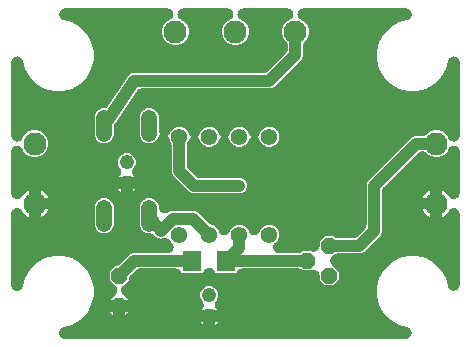
<source format=gbr>
G04 EAGLE Gerber RS-274X export*
G75*
%MOMM*%
%FSLAX34Y34*%
%LPD*%
%INTop Copper*%
%IPPOS*%
%AMOC8*
5,1,8,0,0,1.08239X$1,22.5*%
G01*
%ADD10P,1.319650X8X292.500000*%
%ADD11C,1.219200*%
%ADD12C,1.320800*%
%ADD13P,1.429621X8X292.500000*%
%ADD14C,1.386000*%
%ADD15C,1.950000*%
%ADD16P,1.429621X8X112.500000*%
%ADD17R,1.600000X1.803000*%
%ADD18C,1.000000*%
%ADD19C,0.756400*%

G36*
X344470Y10179D02*
X344470Y10179D01*
X344764Y10195D01*
X344786Y10199D01*
X344808Y10201D01*
X345097Y10256D01*
X345386Y10309D01*
X345407Y10316D01*
X345429Y10320D01*
X345709Y10412D01*
X345989Y10501D01*
X346009Y10510D01*
X346029Y10517D01*
X346296Y10643D01*
X346562Y10766D01*
X346581Y10778D01*
X346601Y10787D01*
X346849Y10946D01*
X347097Y11102D01*
X347114Y11116D01*
X347133Y11128D01*
X347359Y11317D01*
X347586Y11503D01*
X347601Y11519D01*
X347618Y11533D01*
X347818Y11749D01*
X348020Y11963D01*
X348033Y11981D01*
X348048Y11997D01*
X348219Y12235D01*
X348393Y12473D01*
X348404Y12493D01*
X348416Y12510D01*
X348556Y12770D01*
X348698Y13027D01*
X348706Y13047D01*
X348717Y13066D01*
X348823Y13342D01*
X348931Y13614D01*
X348937Y13636D01*
X348945Y13656D01*
X349015Y13941D01*
X349088Y14227D01*
X349091Y14248D01*
X349096Y14270D01*
X349130Y14560D01*
X349167Y14854D01*
X349167Y14876D01*
X349169Y14897D01*
X349166Y15188D01*
X349166Y15486D01*
X349163Y15508D01*
X349163Y15530D01*
X349123Y15820D01*
X349085Y16113D01*
X349079Y16134D01*
X349076Y16156D01*
X349000Y16439D01*
X348925Y16724D01*
X348917Y16745D01*
X348911Y16766D01*
X348800Y17038D01*
X348690Y17311D01*
X348679Y17330D01*
X348671Y17350D01*
X348526Y17606D01*
X348382Y17863D01*
X348369Y17881D01*
X348359Y17900D01*
X348182Y18136D01*
X348008Y18372D01*
X347993Y18388D01*
X347979Y18406D01*
X347774Y18617D01*
X347572Y18830D01*
X347555Y18844D01*
X347539Y18860D01*
X347309Y19044D01*
X347081Y19229D01*
X347063Y19241D01*
X347046Y19254D01*
X346793Y19408D01*
X346545Y19563D01*
X346525Y19572D01*
X346506Y19584D01*
X346238Y19704D01*
X345970Y19827D01*
X345947Y19834D01*
X345929Y19842D01*
X345826Y19873D01*
X345471Y19989D01*
X338358Y21895D01*
X331481Y25865D01*
X325865Y31481D01*
X321895Y38358D01*
X319839Y46029D01*
X319839Y53971D01*
X321895Y61642D01*
X325865Y68519D01*
X331481Y74135D01*
X338358Y78105D01*
X346029Y80161D01*
X353971Y80161D01*
X361642Y78105D01*
X368519Y74135D01*
X374135Y68519D01*
X378105Y61642D01*
X380011Y54529D01*
X380104Y54252D01*
X380197Y53971D01*
X380206Y53951D01*
X380213Y53930D01*
X380341Y53667D01*
X380467Y53399D01*
X380479Y53381D01*
X380489Y53361D01*
X380649Y53116D01*
X380808Y52867D01*
X380822Y52850D01*
X380834Y52832D01*
X381024Y52609D01*
X381213Y52382D01*
X381229Y52367D01*
X381244Y52350D01*
X381460Y52153D01*
X381677Y51952D01*
X381694Y51939D01*
X381711Y51924D01*
X381952Y51755D01*
X382190Y51584D01*
X382210Y51573D01*
X382228Y51561D01*
X382488Y51423D01*
X382746Y51283D01*
X382767Y51275D01*
X382786Y51265D01*
X383061Y51161D01*
X383336Y51055D01*
X383357Y51050D01*
X383378Y51042D01*
X383664Y50974D01*
X383950Y50904D01*
X383971Y50901D01*
X383993Y50896D01*
X384287Y50864D01*
X384577Y50831D01*
X384599Y50831D01*
X384621Y50828D01*
X384918Y50834D01*
X385210Y50837D01*
X385231Y50840D01*
X385253Y50841D01*
X385545Y50884D01*
X385836Y50924D01*
X385857Y50930D01*
X385879Y50933D01*
X386163Y51012D01*
X386446Y51089D01*
X386466Y51097D01*
X386487Y51103D01*
X386759Y51218D01*
X387030Y51329D01*
X387050Y51340D01*
X387070Y51348D01*
X387324Y51496D01*
X387580Y51641D01*
X387598Y51655D01*
X387617Y51666D01*
X387851Y51844D01*
X388086Y52021D01*
X388101Y52036D01*
X388119Y52049D01*
X388328Y52256D01*
X388540Y52461D01*
X388553Y52478D01*
X388569Y52493D01*
X388750Y52723D01*
X388934Y52954D01*
X388946Y52973D01*
X388959Y52990D01*
X389110Y53242D01*
X389264Y53494D01*
X389273Y53514D01*
X389284Y53533D01*
X389402Y53802D01*
X389522Y54071D01*
X389528Y54092D01*
X389537Y54112D01*
X389620Y54393D01*
X389706Y54675D01*
X389709Y54697D01*
X389716Y54718D01*
X389762Y55005D01*
X389812Y55299D01*
X389813Y55323D01*
X389816Y55342D01*
X389820Y55449D01*
X389839Y55823D01*
X389839Y115724D01*
X389822Y115995D01*
X389810Y116268D01*
X389802Y116311D01*
X389799Y116355D01*
X389748Y116622D01*
X389701Y116891D01*
X389688Y116932D01*
X389680Y116975D01*
X389595Y117234D01*
X389515Y117495D01*
X389497Y117534D01*
X389483Y117576D01*
X389366Y117823D01*
X389254Y118070D01*
X389231Y118107D01*
X389213Y118147D01*
X389065Y118377D01*
X388923Y118609D01*
X388895Y118643D01*
X388872Y118680D01*
X388697Y118889D01*
X388526Y119101D01*
X388495Y119131D01*
X388467Y119165D01*
X388267Y119350D01*
X388071Y119539D01*
X388036Y119565D01*
X388003Y119595D01*
X387782Y119754D01*
X387563Y119916D01*
X387525Y119938D01*
X387490Y119963D01*
X387250Y120092D01*
X387013Y120226D01*
X386972Y120243D01*
X386934Y120263D01*
X386680Y120362D01*
X386427Y120464D01*
X386385Y120476D01*
X386344Y120491D01*
X386079Y120557D01*
X385816Y120627D01*
X385773Y120633D01*
X385730Y120643D01*
X385460Y120675D01*
X385190Y120711D01*
X385146Y120711D01*
X385103Y120716D01*
X384831Y120713D01*
X384558Y120715D01*
X384514Y120710D01*
X384470Y120709D01*
X384202Y120672D01*
X383930Y120639D01*
X383888Y120629D01*
X383844Y120623D01*
X383582Y120552D01*
X383317Y120485D01*
X383276Y120469D01*
X383234Y120458D01*
X382983Y120355D01*
X382728Y120255D01*
X382690Y120234D01*
X382650Y120218D01*
X382413Y120083D01*
X382173Y119952D01*
X382138Y119927D01*
X382100Y119905D01*
X381882Y119741D01*
X381661Y119582D01*
X381629Y119552D01*
X381594Y119526D01*
X381398Y119336D01*
X381200Y119150D01*
X381172Y119117D01*
X381140Y119086D01*
X380970Y118873D01*
X380796Y118663D01*
X380770Y118623D01*
X380746Y118592D01*
X380675Y118476D01*
X380510Y118223D01*
X380241Y117757D01*
X379261Y116479D01*
X378121Y115339D01*
X376843Y114359D01*
X375448Y113553D01*
X374999Y113367D01*
X374999Y124600D01*
X374999Y135833D01*
X375448Y135647D01*
X376843Y134841D01*
X378121Y133861D01*
X379261Y132721D01*
X380241Y131443D01*
X380510Y130977D01*
X380661Y130750D01*
X380808Y130520D01*
X380836Y130487D01*
X380860Y130450D01*
X381039Y130244D01*
X381213Y130035D01*
X381245Y130006D01*
X381274Y129972D01*
X381477Y129790D01*
X381677Y129605D01*
X381712Y129580D01*
X381745Y129551D01*
X381969Y129396D01*
X382190Y129237D01*
X382229Y129216D01*
X382265Y129191D01*
X382507Y129066D01*
X382746Y128937D01*
X382787Y128921D01*
X382826Y128901D01*
X383082Y128807D01*
X383336Y128709D01*
X383379Y128698D01*
X383420Y128683D01*
X383685Y128622D01*
X383950Y128557D01*
X383993Y128552D01*
X384036Y128542D01*
X384308Y128515D01*
X384577Y128484D01*
X384621Y128484D01*
X384665Y128480D01*
X384938Y128488D01*
X385210Y128491D01*
X385253Y128497D01*
X385297Y128498D01*
X385565Y128540D01*
X385836Y128577D01*
X385878Y128589D01*
X385921Y128595D01*
X386183Y128671D01*
X386446Y128742D01*
X386486Y128759D01*
X386528Y128771D01*
X386778Y128879D01*
X387030Y128982D01*
X387069Y129004D01*
X387109Y129021D01*
X387343Y129160D01*
X387580Y129295D01*
X387615Y129321D01*
X387653Y129343D01*
X387868Y129511D01*
X388086Y129674D01*
X388117Y129704D01*
X388152Y129731D01*
X388344Y129924D01*
X388540Y130114D01*
X388567Y130148D01*
X388598Y130179D01*
X388764Y130394D01*
X388934Y130608D01*
X388957Y130645D01*
X388984Y130680D01*
X389121Y130914D01*
X389264Y131147D01*
X389282Y131187D01*
X389304Y131225D01*
X389410Y131475D01*
X389522Y131724D01*
X389535Y131766D01*
X389552Y131806D01*
X389627Y132068D01*
X389706Y132329D01*
X389713Y132372D01*
X389725Y132414D01*
X389766Y132683D01*
X389812Y132952D01*
X389814Y133000D01*
X389820Y133039D01*
X389823Y133175D01*
X389839Y133476D01*
X389839Y168701D01*
X389821Y168983D01*
X389807Y169267D01*
X389801Y169299D01*
X389799Y169332D01*
X389746Y169609D01*
X389696Y169889D01*
X389686Y169920D01*
X389680Y169953D01*
X389592Y170222D01*
X389507Y170492D01*
X389494Y170522D01*
X389483Y170553D01*
X389362Y170810D01*
X389244Y171067D01*
X389227Y171095D01*
X389213Y171124D01*
X389060Y171364D01*
X388910Y171604D01*
X388890Y171629D01*
X388872Y171657D01*
X388690Y171874D01*
X388511Y172094D01*
X388488Y172117D01*
X388467Y172142D01*
X388259Y172334D01*
X388054Y172530D01*
X388027Y172550D01*
X388003Y172572D01*
X387774Y172737D01*
X387545Y172905D01*
X387516Y172921D01*
X387490Y172940D01*
X387241Y173075D01*
X386993Y173213D01*
X386962Y173225D01*
X386934Y173241D01*
X386670Y173343D01*
X386406Y173449D01*
X386375Y173457D01*
X386344Y173469D01*
X386069Y173537D01*
X385795Y173608D01*
X385762Y173613D01*
X385730Y173620D01*
X385449Y173653D01*
X385168Y173690D01*
X385135Y173690D01*
X385103Y173693D01*
X384820Y173690D01*
X384536Y173691D01*
X384503Y173687D01*
X384470Y173687D01*
X384191Y173648D01*
X383909Y173613D01*
X383877Y173605D01*
X383844Y173600D01*
X383572Y173527D01*
X383296Y173456D01*
X383266Y173444D01*
X383234Y173435D01*
X382973Y173328D01*
X382709Y173223D01*
X382680Y173207D01*
X382650Y173195D01*
X382403Y173055D01*
X382155Y172918D01*
X382129Y172899D01*
X382100Y172883D01*
X381874Y172713D01*
X381644Y172546D01*
X381621Y172523D01*
X381594Y172503D01*
X381391Y172306D01*
X381185Y172112D01*
X381164Y172086D01*
X381140Y172063D01*
X380963Y171842D01*
X380784Y171623D01*
X380766Y171595D01*
X380746Y171570D01*
X380598Y171328D01*
X380447Y171088D01*
X380432Y171055D01*
X380416Y171030D01*
X380365Y170915D01*
X380221Y170614D01*
X379558Y169013D01*
X376387Y165842D01*
X372243Y164125D01*
X367757Y164125D01*
X363613Y165842D01*
X362044Y167411D01*
X361955Y167490D01*
X361871Y167576D01*
X361717Y167699D01*
X361570Y167829D01*
X361471Y167896D01*
X361378Y167970D01*
X361209Y168073D01*
X361047Y168183D01*
X360940Y168237D01*
X360838Y168300D01*
X360658Y168380D01*
X360483Y168469D01*
X360370Y168509D01*
X360261Y168558D01*
X360073Y168615D01*
X359887Y168682D01*
X359771Y168707D01*
X359657Y168742D01*
X359462Y168775D01*
X359270Y168817D01*
X359151Y168828D01*
X359033Y168848D01*
X358780Y168861D01*
X358640Y168874D01*
X358583Y168871D01*
X358509Y168875D01*
X357973Y168875D01*
X357854Y168868D01*
X357735Y168870D01*
X357539Y168848D01*
X357343Y168835D01*
X357226Y168813D01*
X357107Y168800D01*
X356915Y168753D01*
X356722Y168716D01*
X356608Y168679D01*
X356492Y168651D01*
X356309Y168581D01*
X356121Y168519D01*
X356013Y168468D01*
X355902Y168426D01*
X355728Y168333D01*
X355550Y168249D01*
X355449Y168184D01*
X355344Y168128D01*
X355184Y168014D01*
X355018Y167908D01*
X354926Y167831D01*
X354829Y167762D01*
X354640Y167592D01*
X354532Y167503D01*
X354493Y167460D01*
X354438Y167411D01*
X325489Y138462D01*
X325410Y138372D01*
X325324Y138289D01*
X325201Y138135D01*
X325071Y137987D01*
X325004Y137888D01*
X324930Y137795D01*
X324827Y137627D01*
X324717Y137464D01*
X324663Y137358D01*
X324600Y137256D01*
X324520Y137076D01*
X324431Y136900D01*
X324391Y136788D01*
X324342Y136679D01*
X324285Y136490D01*
X324218Y136305D01*
X324193Y136188D01*
X324158Y136074D01*
X324125Y135880D01*
X324083Y135687D01*
X324072Y135569D01*
X324052Y135451D01*
X324039Y135197D01*
X324026Y135058D01*
X324029Y135000D01*
X324025Y134927D01*
X324025Y100302D01*
X323031Y97904D01*
X308496Y83369D01*
X306098Y82375D01*
X286442Y82375D01*
X286323Y82368D01*
X286203Y82370D01*
X286007Y82348D01*
X285811Y82335D01*
X285694Y82313D01*
X285575Y82300D01*
X285384Y82253D01*
X285190Y82216D01*
X285077Y82179D01*
X284961Y82151D01*
X284777Y82081D01*
X284589Y82019D01*
X284481Y81968D01*
X284370Y81926D01*
X284197Y81833D01*
X284018Y81749D01*
X283918Y81684D01*
X283813Y81628D01*
X283652Y81514D01*
X283486Y81408D01*
X283394Y81331D01*
X283297Y81262D01*
X283108Y81092D01*
X283001Y81003D01*
X282961Y80960D01*
X282907Y80911D01*
X281731Y79735D01*
X281608Y79596D01*
X281479Y79464D01*
X281400Y79359D01*
X281313Y79261D01*
X281209Y79107D01*
X281098Y78960D01*
X281032Y78846D01*
X280958Y78737D01*
X280875Y78572D01*
X280783Y78412D01*
X280732Y78291D01*
X280673Y78174D01*
X280610Y78000D01*
X280539Y77829D01*
X280504Y77702D01*
X280460Y77578D01*
X280421Y77398D01*
X280372Y77219D01*
X280353Y77089D01*
X280325Y76961D01*
X280308Y76777D01*
X280282Y76594D01*
X280280Y76462D01*
X280268Y76331D01*
X280275Y76146D01*
X280272Y75962D01*
X280287Y75831D01*
X280292Y75700D01*
X280322Y75517D01*
X280342Y75333D01*
X280373Y75206D01*
X280395Y75076D01*
X280447Y74899D01*
X280491Y74719D01*
X280538Y74596D01*
X280575Y74470D01*
X280650Y74301D01*
X280716Y74128D01*
X280778Y74012D01*
X280831Y73892D01*
X280927Y73734D01*
X281014Y73571D01*
X281090Y73464D01*
X281158Y73351D01*
X281273Y73206D01*
X281380Y73055D01*
X281482Y72941D01*
X281550Y72856D01*
X281628Y72779D01*
X281731Y72665D01*
X287529Y66867D01*
X287529Y60133D01*
X282767Y55371D01*
X276033Y55371D01*
X271271Y60133D01*
X271271Y63556D01*
X271255Y63806D01*
X271246Y64057D01*
X271235Y64122D01*
X271231Y64187D01*
X271184Y64433D01*
X271143Y64680D01*
X271124Y64743D01*
X271112Y64808D01*
X271034Y65046D01*
X270962Y65286D01*
X270936Y65346D01*
X270915Y65409D01*
X270808Y65635D01*
X270707Y65864D01*
X270673Y65920D01*
X270645Y65980D01*
X270509Y66191D01*
X270380Y66405D01*
X270339Y66457D01*
X270304Y66512D01*
X270143Y66704D01*
X269988Y66901D01*
X269941Y66947D01*
X269899Y66997D01*
X269715Y67167D01*
X269536Y67343D01*
X269484Y67383D01*
X269435Y67427D01*
X269232Y67573D01*
X269032Y67725D01*
X268975Y67757D01*
X268922Y67796D01*
X268702Y67914D01*
X268484Y68040D01*
X268423Y68065D01*
X268366Y68096D01*
X268132Y68186D01*
X267901Y68283D01*
X267837Y68300D01*
X267776Y68324D01*
X267533Y68384D01*
X267291Y68451D01*
X267226Y68460D01*
X267162Y68476D01*
X266914Y68504D01*
X266665Y68540D01*
X266600Y68541D01*
X266535Y68549D01*
X266285Y68546D01*
X266033Y68550D01*
X265968Y68543D01*
X265902Y68542D01*
X265655Y68508D01*
X265405Y68480D01*
X265341Y68464D01*
X265276Y68455D01*
X265034Y68390D01*
X264791Y68331D01*
X264730Y68308D01*
X264666Y68291D01*
X264434Y68195D01*
X264200Y68106D01*
X264142Y68075D01*
X264133Y68071D01*
X256983Y68071D01*
X256843Y68211D01*
X256754Y68290D01*
X256671Y68376D01*
X256517Y68499D01*
X256369Y68629D01*
X256270Y68696D01*
X256177Y68770D01*
X256009Y68873D01*
X255846Y68983D01*
X255739Y69037D01*
X255637Y69100D01*
X255458Y69180D01*
X255282Y69269D01*
X255169Y69309D01*
X255060Y69358D01*
X254872Y69415D01*
X254686Y69482D01*
X254570Y69507D01*
X254456Y69542D01*
X254261Y69575D01*
X254069Y69617D01*
X253950Y69628D01*
X253833Y69648D01*
X253579Y69661D01*
X253440Y69674D01*
X253382Y69671D01*
X253308Y69675D01*
X206042Y69675D01*
X205890Y69666D01*
X205738Y69666D01*
X205575Y69646D01*
X205411Y69635D01*
X205262Y69607D01*
X205111Y69588D01*
X204952Y69547D01*
X204791Y69516D01*
X204646Y69469D01*
X204499Y69431D01*
X204346Y69371D01*
X204190Y69319D01*
X204052Y69254D01*
X203911Y69198D01*
X203767Y69119D01*
X203619Y69049D01*
X203490Y68966D01*
X203357Y68893D01*
X203225Y68796D01*
X203086Y68708D01*
X202970Y68610D01*
X202847Y68521D01*
X202727Y68408D01*
X202601Y68303D01*
X202498Y68191D01*
X202387Y68087D01*
X202283Y67960D01*
X202171Y67839D01*
X202083Y67716D01*
X201986Y67598D01*
X201898Y67459D01*
X201803Y67326D01*
X201731Y67192D01*
X201650Y67063D01*
X201564Y66883D01*
X201502Y66770D01*
X201472Y66691D01*
X201423Y66589D01*
X201313Y66321D01*
X200884Y65892D01*
X200323Y65660D01*
X183717Y65660D01*
X183156Y65892D01*
X182727Y66321D01*
X182419Y67067D01*
X182352Y67204D01*
X182294Y67343D01*
X182246Y67428D01*
X182204Y67519D01*
X182169Y67575D01*
X182140Y67634D01*
X182056Y67763D01*
X181982Y67892D01*
X181924Y67970D01*
X181870Y68056D01*
X181829Y68107D01*
X181793Y68162D01*
X181691Y68281D01*
X181603Y68398D01*
X181537Y68466D01*
X181472Y68546D01*
X181424Y68592D01*
X181381Y68642D01*
X181264Y68748D01*
X181163Y68852D01*
X181090Y68911D01*
X181014Y68983D01*
X180961Y69022D01*
X180912Y69066D01*
X180781Y69157D01*
X180669Y69247D01*
X180590Y69295D01*
X180505Y69358D01*
X180448Y69390D01*
X180394Y69427D01*
X180251Y69502D01*
X180129Y69576D01*
X180046Y69613D01*
X179953Y69665D01*
X179892Y69690D01*
X179834Y69720D01*
X179681Y69777D01*
X179553Y69835D01*
X179467Y69861D01*
X179367Y69901D01*
X179303Y69918D01*
X179241Y69940D01*
X179081Y69978D01*
X178948Y70018D01*
X178860Y70033D01*
X178755Y70061D01*
X178690Y70069D01*
X178626Y70084D01*
X178461Y70101D01*
X178325Y70124D01*
X178224Y70129D01*
X178128Y70142D01*
X178062Y70142D01*
X177997Y70149D01*
X177900Y70147D01*
X177800Y70152D01*
X177663Y70143D01*
X177496Y70143D01*
X177431Y70135D01*
X177365Y70134D01*
X177257Y70117D01*
X177169Y70112D01*
X177033Y70086D01*
X176869Y70065D01*
X176805Y70049D01*
X176740Y70039D01*
X176636Y70009D01*
X176548Y69993D01*
X176415Y69949D01*
X176256Y69908D01*
X176195Y69884D01*
X176132Y69866D01*
X176033Y69824D01*
X175947Y69796D01*
X175820Y69736D01*
X175669Y69676D01*
X175611Y69644D01*
X175551Y69618D01*
X175459Y69564D01*
X175376Y69525D01*
X175256Y69448D01*
X175115Y69371D01*
X175062Y69332D01*
X175005Y69299D01*
X174922Y69234D01*
X174844Y69184D01*
X174733Y69092D01*
X174604Y68998D01*
X174557Y68953D01*
X174505Y68913D01*
X174431Y68839D01*
X174359Y68779D01*
X174260Y68672D01*
X174145Y68564D01*
X174103Y68513D01*
X174057Y68467D01*
X173994Y68386D01*
X173929Y68316D01*
X173843Y68196D01*
X173744Y68076D01*
X173709Y68020D01*
X173668Y67968D01*
X173617Y67881D01*
X173560Y67802D01*
X173489Y67671D01*
X173407Y67540D01*
X173376Y67474D01*
X173346Y67424D01*
X173307Y67333D01*
X173260Y67246D01*
X173230Y67168D01*
X173181Y67067D01*
X172873Y66321D01*
X172444Y65892D01*
X171883Y65660D01*
X155277Y65660D01*
X154716Y65892D01*
X154287Y66321D01*
X154177Y66589D01*
X154109Y66726D01*
X154052Y66866D01*
X153970Y67009D01*
X153898Y67157D01*
X153815Y67284D01*
X153739Y67416D01*
X153641Y67547D01*
X153550Y67684D01*
X153451Y67800D01*
X153360Y67922D01*
X153246Y68040D01*
X153139Y68164D01*
X153026Y68266D01*
X152920Y68376D01*
X152792Y68478D01*
X152670Y68588D01*
X152545Y68675D01*
X152426Y68770D01*
X152286Y68856D01*
X152152Y68950D01*
X152017Y69020D01*
X151887Y69100D01*
X151737Y69167D01*
X151592Y69243D01*
X151449Y69296D01*
X151310Y69358D01*
X151153Y69406D01*
X150999Y69463D01*
X150851Y69498D01*
X150705Y69542D01*
X150544Y69569D01*
X150384Y69607D01*
X150232Y69622D01*
X150082Y69648D01*
X149883Y69658D01*
X149755Y69671D01*
X149670Y69669D01*
X149558Y69675D01*
X119073Y69675D01*
X118954Y69668D01*
X118835Y69670D01*
X118639Y69648D01*
X118443Y69635D01*
X118326Y69613D01*
X118207Y69600D01*
X118015Y69553D01*
X117822Y69516D01*
X117708Y69479D01*
X117592Y69451D01*
X117408Y69381D01*
X117221Y69319D01*
X117113Y69268D01*
X117002Y69226D01*
X116828Y69133D01*
X116650Y69049D01*
X116549Y68984D01*
X116444Y68928D01*
X116284Y68814D01*
X116118Y68708D01*
X116026Y68631D01*
X115929Y68562D01*
X115739Y68392D01*
X115632Y68303D01*
X115593Y68260D01*
X115538Y68211D01*
X111193Y63866D01*
X111114Y63776D01*
X111028Y63693D01*
X110905Y63539D01*
X110775Y63391D01*
X110708Y63293D01*
X110634Y63199D01*
X110531Y63030D01*
X110421Y62868D01*
X110367Y62762D01*
X110304Y62660D01*
X110224Y62480D01*
X110135Y62304D01*
X110095Y62192D01*
X110046Y62083D01*
X109989Y61895D01*
X109922Y61709D01*
X109897Y61592D01*
X109862Y61478D01*
X109829Y61284D01*
X109787Y61091D01*
X109776Y60973D01*
X109756Y60855D01*
X109743Y60601D01*
X109730Y60462D01*
X109733Y60404D01*
X109729Y60331D01*
X109729Y60133D01*
X104649Y55053D01*
X104527Y54915D01*
X104398Y54782D01*
X104318Y54678D01*
X104231Y54579D01*
X104128Y54426D01*
X104016Y54279D01*
X103950Y54164D01*
X103877Y54056D01*
X103793Y53891D01*
X103701Y53731D01*
X103650Y53609D01*
X103591Y53492D01*
X103529Y53318D01*
X103458Y53147D01*
X103423Y53020D01*
X103379Y52897D01*
X103339Y52716D01*
X103290Y52538D01*
X103271Y52407D01*
X103243Y52279D01*
X103227Y52095D01*
X103200Y51912D01*
X103198Y51780D01*
X103187Y51650D01*
X103193Y51465D01*
X103191Y51280D01*
X103205Y51149D01*
X103210Y51018D01*
X103240Y50836D01*
X103261Y50652D01*
X103292Y50524D01*
X103313Y50394D01*
X103366Y50217D01*
X103409Y50037D01*
X103456Y49915D01*
X103494Y49789D01*
X103569Y49619D01*
X103634Y49447D01*
X103696Y49331D01*
X103749Y49211D01*
X103845Y49052D01*
X103932Y48889D01*
X104008Y48782D01*
X104076Y48670D01*
X104191Y48524D01*
X104298Y48374D01*
X104401Y48260D01*
X104468Y48174D01*
X104546Y48098D01*
X104649Y47983D01*
X109533Y43099D01*
X101600Y43099D01*
X93667Y43099D01*
X98551Y47983D01*
X98673Y48122D01*
X98802Y48254D01*
X98882Y48359D01*
X98969Y48458D01*
X99072Y48611D01*
X99184Y48758D01*
X99250Y48872D01*
X99323Y48981D01*
X99407Y49146D01*
X99499Y49306D01*
X99550Y49428D01*
X99609Y49545D01*
X99671Y49719D01*
X99742Y49890D01*
X99777Y50016D01*
X99821Y50140D01*
X99861Y50321D01*
X99910Y50499D01*
X99929Y50629D01*
X99957Y50758D01*
X99973Y50941D01*
X100000Y51125D01*
X100002Y51256D01*
X100013Y51387D01*
X100007Y51572D01*
X100009Y51757D01*
X99995Y51887D01*
X99990Y52019D01*
X99960Y52201D01*
X99939Y52385D01*
X99908Y52513D01*
X99887Y52642D01*
X99834Y52819D01*
X99791Y52999D01*
X99744Y53122D01*
X99706Y53248D01*
X99631Y53417D01*
X99566Y53590D01*
X99504Y53706D01*
X99451Y53826D01*
X99355Y53985D01*
X99268Y54148D01*
X99192Y54255D01*
X99124Y54367D01*
X99009Y54512D01*
X98902Y54663D01*
X98799Y54777D01*
X98732Y54863D01*
X98654Y54939D01*
X98551Y55053D01*
X93471Y60133D01*
X93471Y66867D01*
X98233Y71629D01*
X98431Y71629D01*
X98550Y71636D01*
X98669Y71634D01*
X98865Y71656D01*
X99061Y71669D01*
X99178Y71691D01*
X99297Y71704D01*
X99489Y71751D01*
X99682Y71788D01*
X99796Y71825D01*
X99912Y71853D01*
X100096Y71923D01*
X100283Y71985D01*
X100391Y72036D01*
X100502Y72078D01*
X100676Y72171D01*
X100854Y72255D01*
X100955Y72320D01*
X101060Y72376D01*
X101220Y72490D01*
X101386Y72596D01*
X101478Y72673D01*
X101575Y72742D01*
X101764Y72912D01*
X101872Y73001D01*
X101911Y73044D01*
X101966Y73093D01*
X110604Y81731D01*
X113002Y82725D01*
X142612Y82725D01*
X142862Y82741D01*
X143113Y82750D01*
X143178Y82761D01*
X143243Y82765D01*
X143489Y82812D01*
X143736Y82853D01*
X143799Y82872D01*
X143864Y82884D01*
X144102Y82962D01*
X144342Y83034D01*
X144402Y83060D01*
X144465Y83081D01*
X144691Y83188D01*
X144920Y83289D01*
X144976Y83323D01*
X145036Y83351D01*
X145248Y83487D01*
X145461Y83616D01*
X145513Y83657D01*
X145568Y83692D01*
X145761Y83853D01*
X145957Y84008D01*
X146003Y84055D01*
X146053Y84097D01*
X146223Y84281D01*
X146399Y84460D01*
X146439Y84513D01*
X146483Y84561D01*
X146629Y84764D01*
X146781Y84964D01*
X146813Y85021D01*
X146852Y85074D01*
X146971Y85295D01*
X147096Y85512D01*
X147121Y85573D01*
X147152Y85630D01*
X147242Y85864D01*
X147339Y86095D01*
X147356Y86159D01*
X147380Y86220D01*
X147440Y86463D01*
X147507Y86705D01*
X147516Y86770D01*
X147532Y86834D01*
X147561Y87082D01*
X147596Y87330D01*
X147597Y87396D01*
X147605Y87461D01*
X147602Y87711D01*
X147606Y87963D01*
X147599Y88028D01*
X147598Y88094D01*
X147564Y88342D01*
X147536Y88591D01*
X147520Y88654D01*
X147511Y88720D01*
X147446Y88962D01*
X147387Y89205D01*
X147364Y89266D01*
X147347Y89330D01*
X147252Y89561D01*
X147162Y89796D01*
X147131Y89854D01*
X147106Y89914D01*
X146982Y90132D01*
X146864Y90353D01*
X146826Y90407D01*
X146794Y90464D01*
X146643Y90665D01*
X146499Y90869D01*
X146449Y90924D01*
X146415Y90970D01*
X146318Y91070D01*
X146147Y91259D01*
X145176Y92230D01*
X144214Y93555D01*
X144068Y93730D01*
X143929Y93912D01*
X143867Y93974D01*
X143811Y94041D01*
X143644Y94198D01*
X143483Y94360D01*
X143413Y94414D01*
X143349Y94474D01*
X143165Y94607D01*
X142984Y94748D01*
X142908Y94793D01*
X142837Y94844D01*
X142637Y94953D01*
X142440Y95070D01*
X142360Y95105D01*
X142283Y95147D01*
X142070Y95230D01*
X141860Y95321D01*
X141776Y95345D01*
X141694Y95377D01*
X141473Y95433D01*
X141253Y95497D01*
X141166Y95510D01*
X141081Y95532D01*
X140854Y95559D01*
X140628Y95594D01*
X140541Y95597D01*
X140453Y95607D01*
X140224Y95606D01*
X139997Y95612D01*
X139909Y95604D01*
X139821Y95603D01*
X139594Y95573D01*
X139367Y95551D01*
X139282Y95531D01*
X139195Y95520D01*
X138974Y95461D01*
X138751Y95410D01*
X138657Y95377D01*
X138584Y95357D01*
X138460Y95307D01*
X138256Y95235D01*
X137852Y95067D01*
X137670Y95052D01*
X137409Y95035D01*
X137356Y95025D01*
X137302Y95020D01*
X136978Y94954D01*
X136463Y95027D01*
X136377Y95033D01*
X136292Y95048D01*
X135959Y95065D01*
X135833Y95075D01*
X135804Y95073D01*
X135768Y95075D01*
X135254Y95075D01*
X135082Y95130D01*
X134833Y95215D01*
X134780Y95226D01*
X134729Y95242D01*
X134404Y95306D01*
X133956Y95569D01*
X133879Y95608D01*
X133806Y95654D01*
X133504Y95798D01*
X133392Y95855D01*
X133365Y95864D01*
X133332Y95880D01*
X132858Y96077D01*
X132719Y96194D01*
X132522Y96367D01*
X132478Y96397D01*
X132436Y96432D01*
X132160Y96615D01*
X131847Y97030D01*
X131791Y97095D01*
X131742Y97165D01*
X131518Y97414D01*
X131436Y97509D01*
X131414Y97529D01*
X131390Y97555D01*
X130843Y98103D01*
X130753Y98182D01*
X130670Y98268D01*
X130516Y98391D01*
X130368Y98521D01*
X130270Y98588D01*
X130176Y98662D01*
X130008Y98765D01*
X129845Y98875D01*
X129739Y98929D01*
X129637Y98992D01*
X129457Y99072D01*
X129281Y99161D01*
X129169Y99201D01*
X129060Y99250D01*
X128871Y99307D01*
X128686Y99374D01*
X128570Y99399D01*
X128455Y99434D01*
X128261Y99467D01*
X128069Y99509D01*
X127950Y99520D01*
X127832Y99540D01*
X127578Y99553D01*
X127439Y99566D01*
X127381Y99563D01*
X127308Y99567D01*
X125383Y99567D01*
X122395Y100805D01*
X120109Y103091D01*
X118871Y106079D01*
X118871Y122521D01*
X120109Y125509D01*
X122395Y127795D01*
X125383Y129033D01*
X128617Y129033D01*
X131605Y127795D01*
X133891Y125509D01*
X135129Y122521D01*
X135129Y121452D01*
X135145Y121202D01*
X135154Y120951D01*
X135165Y120887D01*
X135169Y120821D01*
X135216Y120575D01*
X135257Y120328D01*
X135276Y120265D01*
X135288Y120201D01*
X135366Y119962D01*
X135438Y119722D01*
X135464Y119662D01*
X135485Y119600D01*
X135592Y119373D01*
X135693Y119144D01*
X135727Y119088D01*
X135755Y119029D01*
X135891Y118817D01*
X136020Y118603D01*
X136061Y118552D01*
X136096Y118496D01*
X136257Y118304D01*
X136413Y118107D01*
X136459Y118062D01*
X136501Y118011D01*
X136685Y117840D01*
X136864Y117665D01*
X136917Y117626D01*
X136965Y117581D01*
X137168Y117435D01*
X137368Y117284D01*
X137425Y117251D01*
X137478Y117213D01*
X137698Y117094D01*
X137916Y116969D01*
X137977Y116944D01*
X138034Y116912D01*
X138268Y116822D01*
X138500Y116726D01*
X138563Y116708D01*
X138624Y116685D01*
X138867Y116625D01*
X139109Y116558D01*
X139174Y116549D01*
X139238Y116533D01*
X139486Y116504D01*
X139735Y116468D01*
X139801Y116467D01*
X139865Y116460D01*
X140116Y116463D01*
X140367Y116459D01*
X140432Y116466D01*
X140498Y116467D01*
X140746Y116501D01*
X140995Y116529D01*
X141059Y116544D01*
X141124Y116553D01*
X141365Y116618D01*
X141609Y116678D01*
X141671Y116701D01*
X141734Y116718D01*
X141966Y116813D01*
X142200Y116903D01*
X142258Y116933D01*
X142318Y116958D01*
X142537Y117082D01*
X142758Y117200D01*
X142811Y117238D01*
X142868Y117271D01*
X142885Y117283D01*
X145529Y118379D01*
X165644Y118379D01*
X168042Y117385D01*
X177227Y108201D01*
X177292Y108144D01*
X177351Y108081D01*
X177529Y107935D01*
X177701Y107783D01*
X177773Y107734D01*
X177839Y107679D01*
X178034Y107557D01*
X178224Y107428D01*
X178301Y107389D01*
X178375Y107343D01*
X178675Y107200D01*
X178788Y107143D01*
X178816Y107133D01*
X178849Y107117D01*
X182589Y105568D01*
X184968Y103189D01*
X185881Y100983D01*
X185992Y100758D01*
X186096Y100531D01*
X186131Y100475D01*
X186160Y100416D01*
X186298Y100206D01*
X186430Y99994D01*
X186471Y99943D01*
X186507Y99888D01*
X186670Y99698D01*
X186828Y99503D01*
X186876Y99458D01*
X186919Y99408D01*
X187105Y99240D01*
X187286Y99067D01*
X187339Y99028D01*
X187388Y98984D01*
X187593Y98841D01*
X187795Y98692D01*
X187852Y98660D01*
X187906Y98623D01*
X188128Y98507D01*
X188347Y98385D01*
X188408Y98360D01*
X188466Y98330D01*
X188701Y98242D01*
X188933Y98149D01*
X188997Y98132D01*
X189059Y98109D01*
X189303Y98052D01*
X189545Y97989D01*
X189610Y97981D01*
X189674Y97966D01*
X189924Y97940D01*
X190172Y97908D01*
X190238Y97908D01*
X190303Y97901D01*
X190553Y97907D01*
X190804Y97906D01*
X190869Y97915D01*
X190935Y97916D01*
X191182Y97954D01*
X191431Y97985D01*
X191495Y98001D01*
X191560Y98011D01*
X191801Y98079D01*
X192044Y98141D01*
X192105Y98166D01*
X192168Y98184D01*
X192399Y98282D01*
X192631Y98374D01*
X192689Y98406D01*
X192749Y98432D01*
X192965Y98558D01*
X193185Y98679D01*
X193238Y98718D01*
X193295Y98751D01*
X193493Y98904D01*
X193696Y99052D01*
X193743Y99097D01*
X193795Y99137D01*
X193973Y99313D01*
X194155Y99486D01*
X194197Y99537D01*
X194243Y99583D01*
X194397Y99780D01*
X194556Y99974D01*
X194591Y100030D01*
X194632Y100082D01*
X194759Y100297D01*
X194893Y100509D01*
X194924Y100576D01*
X194954Y100626D01*
X195009Y100754D01*
X195119Y100983D01*
X196032Y103189D01*
X198411Y105568D01*
X201518Y106855D01*
X204882Y106855D01*
X207989Y105568D01*
X210368Y103189D01*
X211281Y100983D01*
X211391Y100759D01*
X211496Y100531D01*
X211531Y100475D01*
X211560Y100416D01*
X211697Y100207D01*
X211830Y99994D01*
X211871Y99943D01*
X211907Y99888D01*
X212070Y99698D01*
X212229Y99503D01*
X212276Y99458D01*
X212319Y99408D01*
X212505Y99240D01*
X212686Y99067D01*
X212739Y99028D01*
X212788Y98984D01*
X212993Y98841D01*
X213195Y98692D01*
X213252Y98660D01*
X213306Y98623D01*
X213528Y98507D01*
X213747Y98385D01*
X213808Y98360D01*
X213866Y98330D01*
X214101Y98242D01*
X214334Y98149D01*
X214397Y98132D01*
X214459Y98109D01*
X214703Y98053D01*
X214945Y97989D01*
X215010Y97981D01*
X215074Y97966D01*
X215324Y97940D01*
X215572Y97908D01*
X215638Y97908D01*
X215703Y97901D01*
X215954Y97907D01*
X216204Y97906D01*
X216269Y97915D01*
X216335Y97916D01*
X216582Y97954D01*
X216831Y97985D01*
X216895Y98001D01*
X216960Y98011D01*
X217201Y98079D01*
X217444Y98141D01*
X217505Y98166D01*
X217568Y98184D01*
X217798Y98282D01*
X218031Y98374D01*
X218089Y98406D01*
X218149Y98432D01*
X218365Y98558D01*
X218585Y98679D01*
X218638Y98718D01*
X218695Y98751D01*
X218893Y98904D01*
X219096Y99052D01*
X219143Y99097D01*
X219195Y99137D01*
X219373Y99313D01*
X219555Y99486D01*
X219597Y99537D01*
X219643Y99583D01*
X219797Y99781D01*
X219956Y99974D01*
X219991Y100030D01*
X220032Y100082D01*
X220159Y100297D01*
X220293Y100509D01*
X220324Y100576D01*
X220354Y100626D01*
X220409Y100754D01*
X220519Y100983D01*
X221432Y103189D01*
X223811Y105568D01*
X226918Y106855D01*
X230282Y106855D01*
X233389Y105568D01*
X235768Y103189D01*
X237055Y100082D01*
X237055Y96718D01*
X235768Y93611D01*
X233416Y91259D01*
X233250Y91071D01*
X233080Y90887D01*
X233041Y90834D01*
X232998Y90785D01*
X232857Y90577D01*
X232711Y90374D01*
X232680Y90316D01*
X232643Y90261D01*
X232530Y90038D01*
X232411Y89818D01*
X232387Y89756D01*
X232358Y89698D01*
X232274Y89462D01*
X232183Y89228D01*
X232167Y89164D01*
X232145Y89102D01*
X232092Y88858D01*
X232031Y88614D01*
X232024Y88549D01*
X232010Y88485D01*
X231987Y88235D01*
X231958Y87987D01*
X231959Y87921D01*
X231953Y87855D01*
X231963Y87604D01*
X231965Y87354D01*
X231974Y87290D01*
X231977Y87224D01*
X232017Y86976D01*
X232052Y86728D01*
X232069Y86665D01*
X232080Y86600D01*
X232151Y86360D01*
X232216Y86118D01*
X232241Y86057D01*
X232260Y85994D01*
X232362Y85765D01*
X232457Y85534D01*
X232489Y85476D01*
X232516Y85416D01*
X232646Y85202D01*
X232769Y84984D01*
X232809Y84931D01*
X232843Y84875D01*
X232998Y84679D01*
X233148Y84478D01*
X233194Y84431D01*
X233235Y84380D01*
X233414Y84204D01*
X233588Y84024D01*
X233640Y83983D01*
X233687Y83937D01*
X233886Y83786D01*
X234082Y83630D01*
X234138Y83595D01*
X234191Y83556D01*
X234408Y83431D01*
X234622Y83300D01*
X234682Y83273D01*
X234739Y83241D01*
X234970Y83144D01*
X235198Y83042D01*
X235261Y83023D01*
X235322Y82997D01*
X235563Y82931D01*
X235803Y82858D01*
X235868Y82847D01*
X235931Y82830D01*
X236179Y82794D01*
X236426Y82752D01*
X236500Y82748D01*
X236557Y82740D01*
X236697Y82738D01*
X236951Y82725D01*
X253308Y82725D01*
X253427Y82732D01*
X253547Y82730D01*
X253743Y82752D01*
X253939Y82765D01*
X254056Y82787D01*
X254175Y82800D01*
X254366Y82847D01*
X254560Y82884D01*
X254673Y82921D01*
X254789Y82949D01*
X254973Y83019D01*
X255161Y83081D01*
X255269Y83132D01*
X255380Y83174D01*
X255553Y83267D01*
X255732Y83351D01*
X255832Y83416D01*
X255937Y83472D01*
X256098Y83586D01*
X256264Y83692D01*
X256356Y83769D01*
X256453Y83838D01*
X256642Y84008D01*
X256749Y84097D01*
X256789Y84140D01*
X256843Y84189D01*
X256983Y84329D01*
X264133Y84329D01*
X264178Y84304D01*
X264240Y84280D01*
X264298Y84251D01*
X264534Y84166D01*
X264768Y84076D01*
X264832Y84060D01*
X264894Y84038D01*
X265139Y83984D01*
X265382Y83924D01*
X265447Y83917D01*
X265511Y83903D01*
X265761Y83880D01*
X266009Y83851D01*
X266075Y83852D01*
X266141Y83846D01*
X266391Y83855D01*
X266642Y83858D01*
X266707Y83867D01*
X266772Y83870D01*
X267019Y83910D01*
X267268Y83945D01*
X267331Y83962D01*
X267396Y83972D01*
X267636Y84044D01*
X267878Y84109D01*
X267939Y84134D01*
X268002Y84153D01*
X268231Y84255D01*
X268462Y84350D01*
X268520Y84382D01*
X268580Y84409D01*
X268794Y84538D01*
X269012Y84662D01*
X269065Y84702D01*
X269121Y84736D01*
X269317Y84891D01*
X269518Y85041D01*
X269565Y85087D01*
X269616Y85128D01*
X269792Y85307D01*
X269972Y85481D01*
X270013Y85533D01*
X270059Y85580D01*
X270210Y85779D01*
X270366Y85975D01*
X270401Y86031D01*
X270440Y86083D01*
X270565Y86300D01*
X270696Y86515D01*
X270722Y86575D01*
X270755Y86631D01*
X270851Y86862D01*
X270954Y87091D01*
X270973Y87154D01*
X270998Y87215D01*
X271065Y87456D01*
X271138Y87696D01*
X271149Y87761D01*
X271166Y87824D01*
X271202Y88072D01*
X271244Y88319D01*
X271248Y88393D01*
X271256Y88450D01*
X271258Y88590D01*
X271271Y88844D01*
X271271Y92267D01*
X276033Y97029D01*
X282767Y97029D01*
X282907Y96889D01*
X282996Y96810D01*
X283079Y96724D01*
X283233Y96601D01*
X283381Y96471D01*
X283480Y96404D01*
X283573Y96330D01*
X283741Y96227D01*
X283904Y96117D01*
X284011Y96063D01*
X284113Y96000D01*
X284293Y95920D01*
X284468Y95831D01*
X284580Y95791D01*
X284689Y95742D01*
X284878Y95685D01*
X285063Y95618D01*
X285180Y95593D01*
X285294Y95558D01*
X285489Y95525D01*
X285681Y95483D01*
X285800Y95472D01*
X285917Y95452D01*
X286171Y95439D01*
X286310Y95426D01*
X286368Y95429D01*
X286442Y95425D01*
X300027Y95425D01*
X300146Y95432D01*
X300265Y95430D01*
X300461Y95452D01*
X300657Y95465D01*
X300774Y95487D01*
X300893Y95500D01*
X301085Y95547D01*
X301278Y95584D01*
X301392Y95621D01*
X301508Y95649D01*
X301691Y95719D01*
X301879Y95781D01*
X301987Y95832D01*
X302098Y95874D01*
X302272Y95967D01*
X302450Y96051D01*
X302551Y96116D01*
X302656Y96172D01*
X302816Y96286D01*
X302982Y96392D01*
X303074Y96469D01*
X303171Y96538D01*
X303360Y96708D01*
X303468Y96797D01*
X303507Y96840D01*
X303562Y96889D01*
X309511Y102838D01*
X309590Y102928D01*
X309676Y103011D01*
X309799Y103165D01*
X309929Y103313D01*
X309996Y103412D01*
X310070Y103505D01*
X310173Y103673D01*
X310283Y103836D01*
X310337Y103942D01*
X310400Y104044D01*
X310480Y104224D01*
X310569Y104400D01*
X310609Y104512D01*
X310658Y104621D01*
X310715Y104810D01*
X310782Y104995D01*
X310807Y105112D01*
X310842Y105226D01*
X310875Y105420D01*
X310917Y105613D01*
X310928Y105731D01*
X310948Y105849D01*
X310961Y106103D01*
X310974Y106242D01*
X310971Y106300D01*
X310975Y106373D01*
X310975Y140998D01*
X311969Y143396D01*
X349504Y180931D01*
X351902Y181925D01*
X358509Y181925D01*
X358628Y181932D01*
X358748Y181930D01*
X358944Y181952D01*
X359140Y181965D01*
X359257Y181987D01*
X359376Y182000D01*
X359567Y182047D01*
X359761Y182084D01*
X359874Y182121D01*
X359990Y182149D01*
X360174Y182219D01*
X360361Y182281D01*
X360469Y182332D01*
X360581Y182374D01*
X360754Y182467D01*
X360933Y182551D01*
X361033Y182616D01*
X361138Y182672D01*
X361299Y182786D01*
X361465Y182892D01*
X361557Y182969D01*
X361654Y183038D01*
X361843Y183208D01*
X361950Y183297D01*
X361989Y183340D01*
X362044Y183389D01*
X363613Y184958D01*
X367757Y186675D01*
X372243Y186675D01*
X376387Y184958D01*
X379558Y181787D01*
X380221Y180186D01*
X380346Y179932D01*
X380467Y179676D01*
X380485Y179648D01*
X380500Y179618D01*
X380655Y179383D01*
X380808Y179143D01*
X380829Y179118D01*
X380847Y179090D01*
X381032Y178876D01*
X381213Y178658D01*
X381237Y178636D01*
X381259Y178611D01*
X381470Y178420D01*
X381677Y178228D01*
X381703Y178209D01*
X381728Y178187D01*
X381961Y178024D01*
X382190Y177860D01*
X382219Y177844D01*
X382246Y177825D01*
X382497Y177694D01*
X382746Y177559D01*
X382777Y177547D01*
X382806Y177532D01*
X383071Y177434D01*
X383336Y177331D01*
X383368Y177323D01*
X383399Y177312D01*
X383675Y177248D01*
X383950Y177180D01*
X383982Y177176D01*
X384014Y177168D01*
X384297Y177139D01*
X384577Y177107D01*
X384610Y177107D01*
X384643Y177104D01*
X384927Y177110D01*
X385210Y177113D01*
X385242Y177118D01*
X385275Y177119D01*
X385554Y177161D01*
X385836Y177200D01*
X385868Y177208D01*
X385900Y177213D01*
X386172Y177291D01*
X386446Y177365D01*
X386476Y177377D01*
X386508Y177386D01*
X386769Y177498D01*
X387030Y177605D01*
X387059Y177621D01*
X387089Y177634D01*
X387333Y177777D01*
X387580Y177917D01*
X387606Y177937D01*
X387635Y177954D01*
X387859Y178127D01*
X388086Y178297D01*
X388109Y178319D01*
X388135Y178340D01*
X388337Y178540D01*
X388540Y178737D01*
X388560Y178762D01*
X388583Y178785D01*
X388757Y179009D01*
X388934Y179230D01*
X388951Y179258D01*
X388972Y179284D01*
X389116Y179528D01*
X389264Y179770D01*
X389277Y179800D01*
X389294Y179828D01*
X389406Y180088D01*
X389522Y180347D01*
X389532Y180378D01*
X389545Y180408D01*
X389623Y180680D01*
X389706Y180951D01*
X389711Y180984D01*
X389720Y181015D01*
X389764Y181294D01*
X389812Y181575D01*
X389814Y181611D01*
X389818Y181640D01*
X389822Y181766D01*
X389839Y182099D01*
X389839Y244177D01*
X389821Y244470D01*
X389805Y244764D01*
X389801Y244786D01*
X389799Y244808D01*
X389744Y245096D01*
X389691Y245386D01*
X389684Y245407D01*
X389680Y245429D01*
X389588Y245709D01*
X389499Y245989D01*
X389490Y246009D01*
X389483Y246029D01*
X389357Y246296D01*
X389234Y246562D01*
X389222Y246581D01*
X389213Y246601D01*
X389054Y246849D01*
X388898Y247097D01*
X388884Y247114D01*
X388872Y247133D01*
X388683Y247359D01*
X388497Y247586D01*
X388481Y247601D01*
X388467Y247618D01*
X388251Y247818D01*
X388037Y248020D01*
X388019Y248033D01*
X388003Y248048D01*
X387765Y248219D01*
X387527Y248393D01*
X387507Y248404D01*
X387490Y248416D01*
X387230Y248556D01*
X386973Y248698D01*
X386953Y248706D01*
X386934Y248717D01*
X386658Y248823D01*
X386386Y248931D01*
X386364Y248937D01*
X386344Y248945D01*
X386059Y249015D01*
X385773Y249088D01*
X385752Y249091D01*
X385730Y249096D01*
X385440Y249130D01*
X385146Y249167D01*
X385124Y249167D01*
X385103Y249169D01*
X384811Y249166D01*
X384514Y249166D01*
X384492Y249163D01*
X384470Y249163D01*
X384180Y249123D01*
X383887Y249085D01*
X383866Y249079D01*
X383844Y249076D01*
X383561Y249000D01*
X383276Y248925D01*
X383255Y248917D01*
X383234Y248911D01*
X382962Y248800D01*
X382689Y248690D01*
X382670Y248679D01*
X382650Y248671D01*
X382394Y248526D01*
X382137Y248382D01*
X382119Y248369D01*
X382100Y248359D01*
X381864Y248182D01*
X381628Y248008D01*
X381612Y247993D01*
X381594Y247979D01*
X381383Y247774D01*
X381170Y247572D01*
X381156Y247555D01*
X381140Y247539D01*
X380956Y247309D01*
X380771Y247081D01*
X380759Y247063D01*
X380746Y247046D01*
X380592Y246793D01*
X380437Y246545D01*
X380428Y246525D01*
X380416Y246506D01*
X380296Y246238D01*
X380173Y245970D01*
X380166Y245947D01*
X380158Y245929D01*
X380127Y245826D01*
X380011Y245471D01*
X378105Y238358D01*
X374135Y231481D01*
X368519Y225865D01*
X361642Y221895D01*
X353971Y219839D01*
X346029Y219839D01*
X338358Y221895D01*
X331481Y225865D01*
X325865Y231481D01*
X321895Y238358D01*
X319839Y246029D01*
X319839Y253971D01*
X321895Y261642D01*
X325865Y268519D01*
X331481Y274135D01*
X338358Y278105D01*
X345471Y280011D01*
X345748Y280104D01*
X346029Y280197D01*
X346049Y280206D01*
X346070Y280213D01*
X346333Y280341D01*
X346600Y280467D01*
X346619Y280479D01*
X346639Y280489D01*
X346884Y280649D01*
X347133Y280808D01*
X347150Y280822D01*
X347168Y280834D01*
X347392Y281025D01*
X347618Y281213D01*
X347633Y281229D01*
X347650Y281244D01*
X347848Y281461D01*
X348048Y281677D01*
X348061Y281694D01*
X348076Y281711D01*
X348245Y281952D01*
X348416Y282190D01*
X348427Y282210D01*
X348439Y282228D01*
X348577Y282488D01*
X348717Y282746D01*
X348725Y282767D01*
X348735Y282786D01*
X348839Y283061D01*
X348945Y283336D01*
X348950Y283357D01*
X348958Y283378D01*
X349026Y283664D01*
X349096Y283950D01*
X349099Y283971D01*
X349104Y283993D01*
X349136Y284287D01*
X349169Y284577D01*
X349169Y284599D01*
X349172Y284621D01*
X349166Y284918D01*
X349163Y285210D01*
X349160Y285231D01*
X349159Y285253D01*
X349116Y285545D01*
X349076Y285836D01*
X349070Y285857D01*
X349067Y285879D01*
X348988Y286163D01*
X348911Y286446D01*
X348903Y286466D01*
X348897Y286487D01*
X348782Y286759D01*
X348671Y287030D01*
X348660Y287050D01*
X348652Y287070D01*
X348504Y287324D01*
X348359Y287580D01*
X348345Y287598D01*
X348334Y287617D01*
X348156Y287850D01*
X347979Y288086D01*
X347964Y288102D01*
X347951Y288119D01*
X347745Y288327D01*
X347539Y288540D01*
X347522Y288553D01*
X347507Y288569D01*
X347277Y288750D01*
X347046Y288934D01*
X347027Y288946D01*
X347010Y288959D01*
X346758Y289110D01*
X346506Y289264D01*
X346486Y289273D01*
X346467Y289284D01*
X346197Y289402D01*
X345929Y289522D01*
X345908Y289528D01*
X345888Y289537D01*
X345606Y289620D01*
X345325Y289706D01*
X345303Y289709D01*
X345282Y289716D01*
X344993Y289762D01*
X344701Y289812D01*
X344677Y289813D01*
X344658Y289816D01*
X344551Y289820D01*
X344177Y289839D01*
X257499Y289839D01*
X257217Y289821D01*
X256933Y289807D01*
X256901Y289801D01*
X256868Y289799D01*
X256591Y289746D01*
X256311Y289696D01*
X256280Y289686D01*
X256247Y289680D01*
X255978Y289592D01*
X255708Y289507D01*
X255678Y289494D01*
X255647Y289483D01*
X255390Y289362D01*
X255133Y289244D01*
X255105Y289227D01*
X255076Y289213D01*
X254836Y289060D01*
X254596Y288910D01*
X254571Y288890D01*
X254543Y288872D01*
X254326Y288690D01*
X254106Y288511D01*
X254083Y288488D01*
X254058Y288467D01*
X253866Y288259D01*
X253670Y288054D01*
X253650Y288027D01*
X253628Y288003D01*
X253463Y287774D01*
X253295Y287545D01*
X253279Y287516D01*
X253260Y287490D01*
X253125Y287241D01*
X252987Y286993D01*
X252975Y286962D01*
X252959Y286934D01*
X252857Y286670D01*
X252751Y286406D01*
X252743Y286375D01*
X252731Y286344D01*
X252663Y286069D01*
X252592Y285795D01*
X252587Y285762D01*
X252580Y285730D01*
X252547Y285449D01*
X252510Y285168D01*
X252510Y285135D01*
X252507Y285103D01*
X252510Y284820D01*
X252509Y284536D01*
X252513Y284503D01*
X252513Y284470D01*
X252552Y284191D01*
X252587Y283909D01*
X252595Y283877D01*
X252600Y283844D01*
X252673Y283572D01*
X252744Y283296D01*
X252756Y283266D01*
X252765Y283234D01*
X252872Y282973D01*
X252977Y282709D01*
X252993Y282680D01*
X253005Y282650D01*
X253145Y282403D01*
X253282Y282155D01*
X253301Y282129D01*
X253317Y282100D01*
X253487Y281874D01*
X253654Y281644D01*
X253677Y281621D01*
X253697Y281594D01*
X253894Y281391D01*
X254088Y281185D01*
X254114Y281164D01*
X254137Y281140D01*
X254358Y280963D01*
X254577Y280784D01*
X254605Y280766D01*
X254630Y280746D01*
X254872Y280598D01*
X255112Y280447D01*
X255145Y280432D01*
X255170Y280416D01*
X255285Y280365D01*
X255586Y280221D01*
X257187Y279558D01*
X260358Y276387D01*
X262075Y272243D01*
X262075Y267757D01*
X260358Y263613D01*
X258789Y262044D01*
X258710Y261955D01*
X258624Y261871D01*
X258501Y261717D01*
X258371Y261570D01*
X258304Y261471D01*
X258230Y261378D01*
X258127Y261210D01*
X258017Y261047D01*
X257963Y260940D01*
X257900Y260838D01*
X257820Y260658D01*
X257731Y260483D01*
X257691Y260370D01*
X257642Y260261D01*
X257585Y260073D01*
X257518Y259887D01*
X257493Y259771D01*
X257458Y259657D01*
X257425Y259462D01*
X257383Y259270D01*
X257372Y259151D01*
X257352Y259033D01*
X257339Y258780D01*
X257326Y258640D01*
X257329Y258583D01*
X257325Y258509D01*
X257325Y249502D01*
X256331Y247104D01*
X232296Y223069D01*
X229898Y222075D01*
X120467Y222075D01*
X120172Y222057D01*
X119876Y222040D01*
X119856Y222037D01*
X119837Y222035D01*
X119544Y221979D01*
X119254Y221926D01*
X119235Y221920D01*
X119216Y221916D01*
X118933Y221823D01*
X118652Y221734D01*
X118634Y221726D01*
X118615Y221719D01*
X118346Y221592D01*
X118079Y221468D01*
X118062Y221457D01*
X118044Y221449D01*
X117794Y221288D01*
X117544Y221131D01*
X117528Y221119D01*
X117512Y221108D01*
X117285Y220918D01*
X117055Y220730D01*
X117042Y220715D01*
X117026Y220703D01*
X116824Y220485D01*
X116622Y220270D01*
X116609Y220253D01*
X116596Y220239D01*
X116536Y220155D01*
X116308Y219849D01*
X97868Y192190D01*
X97739Y191967D01*
X97604Y191746D01*
X97581Y191693D01*
X97552Y191643D01*
X97452Y191405D01*
X97346Y191169D01*
X97329Y191114D01*
X97307Y191060D01*
X97237Y190812D01*
X97162Y190564D01*
X97152Y190507D01*
X97137Y190451D01*
X97100Y190196D01*
X97056Y189941D01*
X97053Y189877D01*
X97045Y189826D01*
X97043Y189686D01*
X97029Y189417D01*
X97029Y182279D01*
X95791Y179291D01*
X93505Y177005D01*
X90517Y175767D01*
X87283Y175767D01*
X84295Y177005D01*
X82009Y179291D01*
X80771Y182279D01*
X80771Y198721D01*
X82009Y201709D01*
X84295Y203995D01*
X87283Y205233D01*
X88205Y205233D01*
X88500Y205251D01*
X88796Y205268D01*
X88816Y205271D01*
X88835Y205273D01*
X89128Y205329D01*
X89418Y205382D01*
X89437Y205388D01*
X89456Y205392D01*
X89739Y205485D01*
X90020Y205574D01*
X90038Y205582D01*
X90057Y205589D01*
X90326Y205716D01*
X90593Y205840D01*
X90610Y205851D01*
X90628Y205859D01*
X90878Y206020D01*
X91128Y206177D01*
X91144Y206189D01*
X91160Y206200D01*
X91387Y206390D01*
X91617Y206578D01*
X91630Y206593D01*
X91646Y206605D01*
X91846Y206822D01*
X92050Y207038D01*
X92064Y207055D01*
X92076Y207069D01*
X92135Y207152D01*
X92364Y207459D01*
X108245Y231280D01*
X108358Y231475D01*
X108478Y231666D01*
X108522Y231759D01*
X108562Y231827D01*
X108613Y231949D01*
X108704Y232140D01*
X108769Y232296D01*
X108879Y232407D01*
X109032Y232580D01*
X109190Y232748D01*
X109248Y232825D01*
X109297Y232881D01*
X109373Y232993D01*
X109504Y233169D01*
X109591Y233299D01*
X109731Y233393D01*
X109910Y233530D01*
X110094Y233661D01*
X110171Y233730D01*
X110233Y233777D01*
X110328Y233871D01*
X110485Y234012D01*
X110604Y234131D01*
X110749Y234191D01*
X110956Y234293D01*
X111167Y234388D01*
X111250Y234437D01*
X111316Y234470D01*
X111429Y234544D01*
X111618Y234656D01*
X111748Y234743D01*
X111913Y234777D01*
X112131Y234835D01*
X112351Y234885D01*
X112449Y234919D01*
X112524Y234939D01*
X112646Y234989D01*
X112846Y235060D01*
X113002Y235125D01*
X113159Y235125D01*
X113389Y235139D01*
X113620Y235146D01*
X113716Y235160D01*
X113790Y235165D01*
X113922Y235190D01*
X114139Y235222D01*
X114293Y235253D01*
X114459Y235220D01*
X114682Y235190D01*
X114905Y235152D01*
X115007Y235147D01*
X115085Y235137D01*
X115218Y235136D01*
X115429Y235125D01*
X223827Y235125D01*
X223946Y235132D01*
X224065Y235130D01*
X224261Y235152D01*
X224457Y235165D01*
X224574Y235187D01*
X224693Y235200D01*
X224885Y235247D01*
X225078Y235284D01*
X225192Y235321D01*
X225308Y235349D01*
X225491Y235419D01*
X225679Y235481D01*
X225787Y235532D01*
X225898Y235574D01*
X226072Y235667D01*
X226250Y235751D01*
X226351Y235816D01*
X226456Y235872D01*
X226616Y235986D01*
X226782Y236092D01*
X226874Y236169D01*
X226971Y236238D01*
X227160Y236408D01*
X227268Y236497D01*
X227269Y236499D01*
X227270Y236500D01*
X227308Y236541D01*
X227362Y236589D01*
X242811Y252038D01*
X242890Y252128D01*
X242976Y252211D01*
X243099Y252365D01*
X243229Y252513D01*
X243296Y252612D01*
X243370Y252705D01*
X243473Y252873D01*
X243583Y253036D01*
X243637Y253142D01*
X243700Y253244D01*
X243780Y253424D01*
X243869Y253600D01*
X243909Y253712D01*
X243958Y253821D01*
X244015Y254010D01*
X244082Y254195D01*
X244107Y254312D01*
X244142Y254426D01*
X244175Y254620D01*
X244217Y254813D01*
X244228Y254931D01*
X244248Y255049D01*
X244261Y255303D01*
X244274Y255442D01*
X244271Y255500D01*
X244275Y255573D01*
X244275Y258509D01*
X244268Y258628D01*
X244270Y258748D01*
X244248Y258944D01*
X244235Y259140D01*
X244213Y259257D01*
X244200Y259376D01*
X244153Y259567D01*
X244116Y259761D01*
X244079Y259874D01*
X244051Y259990D01*
X243981Y260174D01*
X243919Y260361D01*
X243868Y260469D01*
X243826Y260581D01*
X243733Y260754D01*
X243649Y260933D01*
X243584Y261033D01*
X243528Y261138D01*
X243414Y261299D01*
X243308Y261465D01*
X243231Y261557D01*
X243162Y261654D01*
X242992Y261843D01*
X242903Y261950D01*
X242860Y261989D01*
X242811Y262044D01*
X241242Y263613D01*
X239525Y267757D01*
X239525Y272243D01*
X241242Y276387D01*
X244413Y279558D01*
X246014Y280221D01*
X246268Y280346D01*
X246524Y280467D01*
X246552Y280485D01*
X246582Y280500D01*
X246817Y280655D01*
X247057Y280808D01*
X247082Y280829D01*
X247110Y280847D01*
X247324Y281032D01*
X247542Y281213D01*
X247564Y281237D01*
X247589Y281259D01*
X247780Y281470D01*
X247972Y281677D01*
X247991Y281703D01*
X248013Y281728D01*
X248175Y281960D01*
X248340Y282190D01*
X248356Y282219D01*
X248375Y282246D01*
X248506Y282497D01*
X248641Y282746D01*
X248653Y282777D01*
X248668Y282806D01*
X248766Y283071D01*
X248869Y283336D01*
X248877Y283368D01*
X248888Y283399D01*
X248952Y283675D01*
X249020Y283950D01*
X249024Y283982D01*
X249032Y284014D01*
X249061Y284297D01*
X249093Y284577D01*
X249093Y284610D01*
X249096Y284643D01*
X249090Y284927D01*
X249087Y285210D01*
X249082Y285242D01*
X249081Y285275D01*
X249039Y285554D01*
X249000Y285836D01*
X248992Y285868D01*
X248987Y285900D01*
X248909Y286172D01*
X248835Y286446D01*
X248823Y286476D01*
X248814Y286508D01*
X248702Y286769D01*
X248595Y287030D01*
X248579Y287059D01*
X248566Y287089D01*
X248423Y287333D01*
X248283Y287580D01*
X248263Y287606D01*
X248246Y287635D01*
X248073Y287859D01*
X247903Y288086D01*
X247881Y288109D01*
X247860Y288135D01*
X247660Y288337D01*
X247463Y288540D01*
X247438Y288560D01*
X247415Y288583D01*
X247191Y288757D01*
X246970Y288934D01*
X246942Y288951D01*
X246916Y288972D01*
X246672Y289116D01*
X246430Y289264D01*
X246400Y289277D01*
X246372Y289294D01*
X246112Y289406D01*
X245853Y289522D01*
X245822Y289532D01*
X245792Y289545D01*
X245520Y289623D01*
X245249Y289706D01*
X245216Y289711D01*
X245185Y289720D01*
X244906Y289764D01*
X244625Y289812D01*
X244589Y289814D01*
X244560Y289818D01*
X244434Y289822D01*
X244101Y289839D01*
X206699Y289839D01*
X206417Y289821D01*
X206133Y289807D01*
X206101Y289801D01*
X206068Y289799D01*
X205791Y289746D01*
X205511Y289696D01*
X205480Y289686D01*
X205447Y289680D01*
X205178Y289592D01*
X204908Y289507D01*
X204878Y289494D01*
X204847Y289483D01*
X204590Y289362D01*
X204333Y289244D01*
X204305Y289227D01*
X204276Y289213D01*
X204036Y289060D01*
X203796Y288910D01*
X203771Y288890D01*
X203743Y288872D01*
X203526Y288690D01*
X203306Y288511D01*
X203283Y288488D01*
X203258Y288467D01*
X203066Y288259D01*
X202870Y288054D01*
X202850Y288027D01*
X202828Y288003D01*
X202663Y287774D01*
X202495Y287545D01*
X202479Y287516D01*
X202460Y287490D01*
X202325Y287241D01*
X202187Y286993D01*
X202175Y286962D01*
X202159Y286934D01*
X202057Y286670D01*
X201951Y286406D01*
X201943Y286375D01*
X201931Y286344D01*
X201863Y286069D01*
X201792Y285795D01*
X201787Y285762D01*
X201780Y285730D01*
X201747Y285449D01*
X201710Y285168D01*
X201710Y285135D01*
X201707Y285103D01*
X201710Y284820D01*
X201709Y284536D01*
X201713Y284503D01*
X201713Y284470D01*
X201752Y284191D01*
X201787Y283909D01*
X201795Y283877D01*
X201800Y283844D01*
X201873Y283572D01*
X201944Y283296D01*
X201956Y283266D01*
X201965Y283234D01*
X202072Y282973D01*
X202177Y282709D01*
X202193Y282680D01*
X202205Y282650D01*
X202345Y282403D01*
X202482Y282155D01*
X202501Y282129D01*
X202517Y282100D01*
X202687Y281874D01*
X202854Y281644D01*
X202877Y281621D01*
X202897Y281594D01*
X203094Y281391D01*
X203288Y281185D01*
X203314Y281164D01*
X203337Y281140D01*
X203558Y280963D01*
X203777Y280784D01*
X203805Y280766D01*
X203830Y280746D01*
X204072Y280598D01*
X204312Y280447D01*
X204345Y280432D01*
X204370Y280416D01*
X204485Y280365D01*
X204786Y280221D01*
X206387Y279558D01*
X209558Y276387D01*
X211275Y272243D01*
X211275Y267757D01*
X209558Y263613D01*
X206387Y260442D01*
X202243Y258725D01*
X197757Y258725D01*
X193613Y260442D01*
X190442Y263613D01*
X188725Y267757D01*
X188725Y272243D01*
X190442Y276387D01*
X193613Y279558D01*
X195214Y280221D01*
X195468Y280346D01*
X195724Y280467D01*
X195752Y280485D01*
X195782Y280500D01*
X196017Y280655D01*
X196257Y280808D01*
X196282Y280829D01*
X196310Y280847D01*
X196524Y281032D01*
X196742Y281213D01*
X196764Y281237D01*
X196789Y281259D01*
X196980Y281470D01*
X197172Y281677D01*
X197191Y281703D01*
X197213Y281728D01*
X197375Y281960D01*
X197540Y282190D01*
X197556Y282219D01*
X197575Y282246D01*
X197706Y282497D01*
X197841Y282746D01*
X197853Y282777D01*
X197868Y282806D01*
X197966Y283071D01*
X198069Y283336D01*
X198077Y283368D01*
X198088Y283399D01*
X198152Y283675D01*
X198220Y283950D01*
X198224Y283982D01*
X198232Y284014D01*
X198261Y284297D01*
X198293Y284577D01*
X198293Y284610D01*
X198296Y284643D01*
X198290Y284927D01*
X198287Y285210D01*
X198282Y285242D01*
X198281Y285275D01*
X198239Y285554D01*
X198200Y285836D01*
X198192Y285868D01*
X198187Y285900D01*
X198109Y286172D01*
X198035Y286446D01*
X198023Y286476D01*
X198014Y286508D01*
X197902Y286769D01*
X197795Y287030D01*
X197779Y287059D01*
X197766Y287089D01*
X197623Y287333D01*
X197483Y287580D01*
X197463Y287606D01*
X197446Y287635D01*
X197273Y287859D01*
X197103Y288086D01*
X197081Y288109D01*
X197060Y288135D01*
X196860Y288337D01*
X196663Y288540D01*
X196638Y288560D01*
X196615Y288583D01*
X196391Y288757D01*
X196170Y288934D01*
X196142Y288951D01*
X196116Y288972D01*
X195872Y289116D01*
X195630Y289264D01*
X195600Y289277D01*
X195572Y289294D01*
X195312Y289406D01*
X195053Y289522D01*
X195022Y289532D01*
X194992Y289545D01*
X194720Y289623D01*
X194449Y289706D01*
X194416Y289711D01*
X194385Y289720D01*
X194106Y289764D01*
X193825Y289812D01*
X193789Y289814D01*
X193760Y289818D01*
X193634Y289822D01*
X193301Y289839D01*
X155899Y289839D01*
X155617Y289821D01*
X155333Y289807D01*
X155301Y289801D01*
X155268Y289799D01*
X154991Y289746D01*
X154711Y289696D01*
X154680Y289686D01*
X154647Y289680D01*
X154378Y289592D01*
X154108Y289507D01*
X154078Y289494D01*
X154047Y289483D01*
X153790Y289362D01*
X153533Y289244D01*
X153505Y289227D01*
X153476Y289213D01*
X153236Y289060D01*
X152996Y288910D01*
X152971Y288890D01*
X152943Y288872D01*
X152726Y288690D01*
X152506Y288511D01*
X152483Y288488D01*
X152458Y288467D01*
X152266Y288259D01*
X152070Y288054D01*
X152050Y288027D01*
X152028Y288003D01*
X151863Y287774D01*
X151695Y287545D01*
X151679Y287516D01*
X151660Y287490D01*
X151525Y287241D01*
X151387Y286993D01*
X151375Y286962D01*
X151359Y286934D01*
X151257Y286670D01*
X151151Y286406D01*
X151143Y286375D01*
X151131Y286344D01*
X151063Y286069D01*
X150992Y285795D01*
X150987Y285762D01*
X150980Y285730D01*
X150947Y285449D01*
X150910Y285168D01*
X150910Y285135D01*
X150907Y285103D01*
X150910Y284820D01*
X150909Y284536D01*
X150913Y284503D01*
X150913Y284470D01*
X150952Y284191D01*
X150987Y283909D01*
X150995Y283877D01*
X151000Y283844D01*
X151073Y283572D01*
X151144Y283296D01*
X151156Y283266D01*
X151165Y283234D01*
X151272Y282973D01*
X151377Y282709D01*
X151393Y282680D01*
X151405Y282650D01*
X151545Y282403D01*
X151682Y282155D01*
X151701Y282129D01*
X151717Y282100D01*
X151887Y281874D01*
X152054Y281644D01*
X152077Y281621D01*
X152097Y281594D01*
X152294Y281391D01*
X152488Y281185D01*
X152514Y281164D01*
X152537Y281140D01*
X152758Y280963D01*
X152977Y280784D01*
X153005Y280766D01*
X153030Y280746D01*
X153272Y280598D01*
X153512Y280447D01*
X153545Y280432D01*
X153570Y280416D01*
X153685Y280365D01*
X153986Y280221D01*
X155587Y279558D01*
X158758Y276387D01*
X160475Y272243D01*
X160475Y267757D01*
X158758Y263613D01*
X155587Y260442D01*
X151443Y258725D01*
X146957Y258725D01*
X142813Y260442D01*
X139642Y263613D01*
X137925Y267757D01*
X137925Y272243D01*
X139642Y276387D01*
X142813Y279558D01*
X144414Y280221D01*
X144668Y280346D01*
X144924Y280467D01*
X144952Y280485D01*
X144982Y280500D01*
X145217Y280655D01*
X145457Y280808D01*
X145482Y280829D01*
X145510Y280847D01*
X145724Y281032D01*
X145942Y281213D01*
X145964Y281237D01*
X145989Y281259D01*
X146180Y281470D01*
X146372Y281677D01*
X146391Y281703D01*
X146413Y281728D01*
X146575Y281960D01*
X146740Y282190D01*
X146756Y282219D01*
X146775Y282246D01*
X146906Y282497D01*
X147041Y282746D01*
X147053Y282777D01*
X147068Y282806D01*
X147166Y283071D01*
X147269Y283336D01*
X147277Y283368D01*
X147288Y283399D01*
X147352Y283675D01*
X147420Y283950D01*
X147424Y283982D01*
X147432Y284014D01*
X147461Y284297D01*
X147493Y284577D01*
X147493Y284610D01*
X147496Y284643D01*
X147490Y284927D01*
X147487Y285210D01*
X147482Y285242D01*
X147481Y285275D01*
X147439Y285554D01*
X147400Y285836D01*
X147392Y285868D01*
X147387Y285900D01*
X147309Y286172D01*
X147235Y286446D01*
X147223Y286476D01*
X147214Y286508D01*
X147102Y286769D01*
X146995Y287030D01*
X146979Y287059D01*
X146966Y287089D01*
X146823Y287333D01*
X146683Y287580D01*
X146663Y287606D01*
X146646Y287635D01*
X146473Y287859D01*
X146303Y288086D01*
X146281Y288109D01*
X146260Y288135D01*
X146060Y288337D01*
X145863Y288540D01*
X145838Y288560D01*
X145815Y288583D01*
X145591Y288757D01*
X145370Y288934D01*
X145342Y288951D01*
X145316Y288972D01*
X145072Y289116D01*
X144830Y289264D01*
X144800Y289277D01*
X144772Y289294D01*
X144512Y289406D01*
X144253Y289522D01*
X144222Y289532D01*
X144192Y289545D01*
X143920Y289623D01*
X143649Y289706D01*
X143616Y289711D01*
X143585Y289720D01*
X143306Y289764D01*
X143025Y289812D01*
X142989Y289814D01*
X142960Y289818D01*
X142834Y289822D01*
X142501Y289839D01*
X55823Y289839D01*
X55530Y289821D01*
X55236Y289805D01*
X55214Y289801D01*
X55192Y289799D01*
X54903Y289744D01*
X54614Y289691D01*
X54593Y289684D01*
X54571Y289680D01*
X54291Y289588D01*
X54011Y289499D01*
X53992Y289490D01*
X53971Y289483D01*
X53704Y289357D01*
X53438Y289234D01*
X53419Y289222D01*
X53400Y289213D01*
X53151Y289054D01*
X52903Y288898D01*
X52886Y288884D01*
X52867Y288872D01*
X52641Y288683D01*
X52414Y288497D01*
X52399Y288481D01*
X52382Y288467D01*
X52182Y288251D01*
X51980Y288037D01*
X51967Y288019D01*
X51952Y288003D01*
X51781Y287765D01*
X51607Y287527D01*
X51596Y287507D01*
X51584Y287490D01*
X51444Y287231D01*
X51302Y286973D01*
X51294Y286953D01*
X51283Y286934D01*
X51177Y286660D01*
X51069Y286386D01*
X51063Y286364D01*
X51055Y286344D01*
X50985Y286059D01*
X50912Y285773D01*
X50909Y285752D01*
X50904Y285730D01*
X50870Y285440D01*
X50833Y285146D01*
X50833Y285124D01*
X50831Y285103D01*
X50834Y284811D01*
X50834Y284514D01*
X50837Y284492D01*
X50837Y284470D01*
X50877Y284180D01*
X50915Y283887D01*
X50921Y283866D01*
X50924Y283844D01*
X51001Y283561D01*
X51075Y283276D01*
X51083Y283255D01*
X51089Y283234D01*
X51200Y282962D01*
X51310Y282689D01*
X51321Y282670D01*
X51329Y282650D01*
X51474Y282394D01*
X51618Y282137D01*
X51631Y282119D01*
X51641Y282100D01*
X51817Y281865D01*
X51992Y281628D01*
X52008Y281612D01*
X52021Y281594D01*
X52225Y281384D01*
X52428Y281170D01*
X52445Y281156D01*
X52461Y281140D01*
X52691Y280956D01*
X52919Y280771D01*
X52937Y280759D01*
X52954Y280746D01*
X53207Y280592D01*
X53455Y280437D01*
X53475Y280428D01*
X53494Y280416D01*
X53764Y280295D01*
X54030Y280173D01*
X54053Y280166D01*
X54071Y280158D01*
X54175Y280126D01*
X54529Y280011D01*
X61642Y278105D01*
X68519Y274135D01*
X74135Y268519D01*
X78105Y261642D01*
X80161Y253971D01*
X80161Y246029D01*
X78105Y238358D01*
X74135Y231481D01*
X68519Y225865D01*
X61642Y221895D01*
X53971Y219839D01*
X46029Y219839D01*
X38358Y221895D01*
X31481Y225865D01*
X25865Y231481D01*
X21895Y238358D01*
X19989Y245471D01*
X19896Y245748D01*
X19803Y246029D01*
X19794Y246049D01*
X19787Y246070D01*
X19659Y246333D01*
X19533Y246600D01*
X19521Y246619D01*
X19511Y246639D01*
X19351Y246884D01*
X19192Y247133D01*
X19178Y247150D01*
X19166Y247168D01*
X18975Y247392D01*
X18787Y247618D01*
X18771Y247633D01*
X18756Y247650D01*
X18539Y247848D01*
X18323Y248048D01*
X18306Y248061D01*
X18289Y248076D01*
X18048Y248245D01*
X17810Y248416D01*
X17790Y248427D01*
X17772Y248439D01*
X17512Y248577D01*
X17254Y248717D01*
X17233Y248725D01*
X17214Y248735D01*
X16939Y248839D01*
X16664Y248945D01*
X16643Y248950D01*
X16622Y248958D01*
X16336Y249026D01*
X16050Y249096D01*
X16029Y249099D01*
X16007Y249104D01*
X15713Y249136D01*
X15423Y249169D01*
X15401Y249169D01*
X15379Y249172D01*
X15082Y249166D01*
X14790Y249163D01*
X14769Y249160D01*
X14747Y249159D01*
X14455Y249116D01*
X14164Y249076D01*
X14143Y249070D01*
X14121Y249067D01*
X13837Y248988D01*
X13554Y248911D01*
X13534Y248903D01*
X13513Y248897D01*
X13241Y248782D01*
X12970Y248671D01*
X12950Y248660D01*
X12930Y248652D01*
X12676Y248504D01*
X12420Y248359D01*
X12402Y248345D01*
X12383Y248334D01*
X12150Y248156D01*
X11914Y247979D01*
X11898Y247964D01*
X11881Y247951D01*
X11673Y247745D01*
X11460Y247539D01*
X11447Y247522D01*
X11431Y247507D01*
X11250Y247277D01*
X11066Y247046D01*
X11054Y247027D01*
X11041Y247010D01*
X10890Y246758D01*
X10736Y246506D01*
X10727Y246486D01*
X10716Y246467D01*
X10598Y246197D01*
X10478Y245929D01*
X10472Y245908D01*
X10463Y245888D01*
X10380Y245606D01*
X10294Y245325D01*
X10291Y245303D01*
X10284Y245282D01*
X10238Y244992D01*
X10188Y244701D01*
X10187Y244677D01*
X10184Y244658D01*
X10180Y244551D01*
X10161Y244177D01*
X10161Y182099D01*
X10179Y181817D01*
X10193Y181533D01*
X10199Y181501D01*
X10201Y181468D01*
X10254Y181191D01*
X10304Y180911D01*
X10314Y180880D01*
X10320Y180847D01*
X10408Y180578D01*
X10493Y180308D01*
X10506Y180278D01*
X10517Y180247D01*
X10638Y179990D01*
X10756Y179733D01*
X10773Y179705D01*
X10787Y179676D01*
X10940Y179436D01*
X11090Y179196D01*
X11110Y179171D01*
X11128Y179143D01*
X11310Y178926D01*
X11489Y178706D01*
X11512Y178683D01*
X11533Y178658D01*
X11741Y178466D01*
X11946Y178270D01*
X11973Y178250D01*
X11997Y178228D01*
X12226Y178063D01*
X12455Y177895D01*
X12484Y177879D01*
X12510Y177860D01*
X12759Y177725D01*
X13007Y177587D01*
X13038Y177575D01*
X13066Y177559D01*
X13330Y177457D01*
X13594Y177351D01*
X13625Y177343D01*
X13656Y177331D01*
X13931Y177263D01*
X14205Y177192D01*
X14238Y177187D01*
X14270Y177180D01*
X14551Y177147D01*
X14832Y177110D01*
X14865Y177110D01*
X14897Y177107D01*
X15180Y177110D01*
X15464Y177109D01*
X15497Y177113D01*
X15530Y177113D01*
X15809Y177152D01*
X16091Y177187D01*
X16123Y177195D01*
X16156Y177200D01*
X16428Y177273D01*
X16704Y177344D01*
X16734Y177356D01*
X16766Y177365D01*
X17027Y177472D01*
X17291Y177577D01*
X17320Y177593D01*
X17350Y177605D01*
X17597Y177745D01*
X17845Y177882D01*
X17871Y177901D01*
X17900Y177917D01*
X18126Y178087D01*
X18356Y178254D01*
X18379Y178277D01*
X18406Y178297D01*
X18609Y178494D01*
X18815Y178688D01*
X18836Y178714D01*
X18860Y178737D01*
X19037Y178958D01*
X19216Y179177D01*
X19234Y179205D01*
X19254Y179230D01*
X19402Y179472D01*
X19553Y179712D01*
X19568Y179745D01*
X19584Y179770D01*
X19635Y179885D01*
X19779Y180186D01*
X20442Y181787D01*
X23613Y184958D01*
X27757Y186675D01*
X32243Y186675D01*
X36387Y184958D01*
X39558Y181787D01*
X41275Y177643D01*
X41275Y173157D01*
X39558Y169013D01*
X36387Y165842D01*
X32243Y164125D01*
X27757Y164125D01*
X23613Y165842D01*
X20442Y169013D01*
X19779Y170614D01*
X19654Y170868D01*
X19533Y171124D01*
X19515Y171152D01*
X19500Y171182D01*
X19345Y171417D01*
X19192Y171657D01*
X19171Y171682D01*
X19153Y171710D01*
X18968Y171924D01*
X18787Y172142D01*
X18763Y172164D01*
X18741Y172189D01*
X18530Y172380D01*
X18323Y172572D01*
X18297Y172591D01*
X18272Y172613D01*
X18039Y172776D01*
X17810Y172940D01*
X17781Y172956D01*
X17754Y172975D01*
X17503Y173106D01*
X17254Y173241D01*
X17223Y173253D01*
X17194Y173268D01*
X16929Y173366D01*
X16664Y173469D01*
X16632Y173477D01*
X16601Y173488D01*
X16325Y173552D01*
X16050Y173620D01*
X16018Y173624D01*
X15986Y173632D01*
X15703Y173661D01*
X15423Y173693D01*
X15390Y173693D01*
X15357Y173696D01*
X15073Y173690D01*
X14790Y173687D01*
X14758Y173682D01*
X14725Y173681D01*
X14446Y173639D01*
X14164Y173600D01*
X14132Y173592D01*
X14100Y173587D01*
X13828Y173509D01*
X13554Y173435D01*
X13524Y173423D01*
X13492Y173414D01*
X13231Y173302D01*
X12970Y173195D01*
X12941Y173179D01*
X12911Y173166D01*
X12667Y173023D01*
X12420Y172883D01*
X12394Y172863D01*
X12365Y172846D01*
X12141Y172673D01*
X11914Y172503D01*
X11891Y172481D01*
X11865Y172460D01*
X11663Y172260D01*
X11460Y172063D01*
X11440Y172038D01*
X11417Y172015D01*
X11243Y171791D01*
X11066Y171570D01*
X11049Y171542D01*
X11028Y171516D01*
X10884Y171272D01*
X10736Y171030D01*
X10723Y171000D01*
X10706Y170972D01*
X10594Y170712D01*
X10478Y170453D01*
X10468Y170422D01*
X10455Y170392D01*
X10377Y170120D01*
X10294Y169849D01*
X10289Y169816D01*
X10280Y169785D01*
X10236Y169506D01*
X10188Y169225D01*
X10186Y169189D01*
X10182Y169160D01*
X10178Y169034D01*
X10161Y168701D01*
X10161Y133476D01*
X10178Y133205D01*
X10190Y132932D01*
X10198Y132889D01*
X10201Y132845D01*
X10252Y132578D01*
X10299Y132309D01*
X10312Y132268D01*
X10320Y132225D01*
X10405Y131966D01*
X10485Y131705D01*
X10503Y131666D01*
X10517Y131624D01*
X10634Y131377D01*
X10746Y131130D01*
X10769Y131093D01*
X10787Y131053D01*
X10935Y130823D01*
X11077Y130591D01*
X11105Y130557D01*
X11128Y130520D01*
X11303Y130311D01*
X11474Y130099D01*
X11505Y130069D01*
X11533Y130035D01*
X11733Y129850D01*
X11929Y129661D01*
X11964Y129635D01*
X11997Y129605D01*
X12218Y129446D01*
X12437Y129284D01*
X12475Y129262D01*
X12510Y129237D01*
X12750Y129108D01*
X12987Y128974D01*
X13028Y128957D01*
X13066Y128937D01*
X13320Y128838D01*
X13573Y128736D01*
X13615Y128724D01*
X13656Y128709D01*
X13921Y128643D01*
X14184Y128573D01*
X14227Y128567D01*
X14270Y128557D01*
X14540Y128525D01*
X14810Y128489D01*
X14854Y128489D01*
X14897Y128484D01*
X15169Y128487D01*
X15442Y128485D01*
X15486Y128490D01*
X15530Y128491D01*
X15798Y128528D01*
X16070Y128561D01*
X16112Y128571D01*
X16156Y128577D01*
X16418Y128648D01*
X16683Y128715D01*
X16724Y128731D01*
X16766Y128742D01*
X17017Y128845D01*
X17272Y128945D01*
X17310Y128966D01*
X17350Y128982D01*
X17587Y129117D01*
X17827Y129248D01*
X17862Y129273D01*
X17900Y129295D01*
X18118Y129459D01*
X18339Y129618D01*
X18371Y129648D01*
X18406Y129674D01*
X18602Y129864D01*
X18800Y130050D01*
X18828Y130083D01*
X18860Y130114D01*
X19030Y130327D01*
X19204Y130537D01*
X19230Y130577D01*
X19254Y130608D01*
X19325Y130724D01*
X19490Y130977D01*
X19759Y131443D01*
X20739Y132721D01*
X21879Y133861D01*
X23157Y134841D01*
X24552Y135647D01*
X25001Y135833D01*
X25001Y124600D01*
X25001Y113367D01*
X24552Y113553D01*
X23157Y114359D01*
X21879Y115339D01*
X20739Y116479D01*
X19759Y117757D01*
X19490Y118223D01*
X19339Y118450D01*
X19192Y118680D01*
X19164Y118713D01*
X19140Y118750D01*
X18961Y118956D01*
X18787Y119165D01*
X18755Y119194D01*
X18726Y119228D01*
X18523Y119410D01*
X18323Y119595D01*
X18288Y119620D01*
X18255Y119649D01*
X18031Y119804D01*
X17810Y119963D01*
X17771Y119984D01*
X17735Y120009D01*
X17493Y120134D01*
X17254Y120263D01*
X17213Y120279D01*
X17174Y120299D01*
X16918Y120393D01*
X16664Y120491D01*
X16621Y120502D01*
X16580Y120517D01*
X16315Y120578D01*
X16050Y120643D01*
X16007Y120648D01*
X15964Y120658D01*
X15692Y120685D01*
X15423Y120716D01*
X15379Y120716D01*
X15335Y120720D01*
X15062Y120712D01*
X14790Y120709D01*
X14747Y120703D01*
X14703Y120702D01*
X14435Y120660D01*
X14164Y120623D01*
X14122Y120611D01*
X14079Y120605D01*
X13817Y120529D01*
X13554Y120458D01*
X13514Y120441D01*
X13472Y120429D01*
X13222Y120321D01*
X12970Y120218D01*
X12931Y120196D01*
X12891Y120179D01*
X12657Y120040D01*
X12420Y119905D01*
X12385Y119879D01*
X12347Y119857D01*
X12132Y119689D01*
X11914Y119526D01*
X11883Y119496D01*
X11848Y119469D01*
X11656Y119276D01*
X11460Y119086D01*
X11433Y119052D01*
X11402Y119021D01*
X11236Y118806D01*
X11066Y118592D01*
X11043Y118555D01*
X11016Y118520D01*
X10879Y118286D01*
X10736Y118053D01*
X10718Y118013D01*
X10696Y117975D01*
X10590Y117725D01*
X10478Y117476D01*
X10465Y117434D01*
X10448Y117394D01*
X10373Y117132D01*
X10294Y116871D01*
X10287Y116828D01*
X10275Y116786D01*
X10234Y116516D01*
X10188Y116248D01*
X10186Y116200D01*
X10180Y116161D01*
X10177Y116025D01*
X10161Y115724D01*
X10161Y55823D01*
X10179Y55530D01*
X10195Y55236D01*
X10199Y55214D01*
X10201Y55192D01*
X10256Y54903D01*
X10309Y54614D01*
X10316Y54593D01*
X10320Y54571D01*
X10412Y54291D01*
X10501Y54011D01*
X10510Y53992D01*
X10517Y53971D01*
X10643Y53704D01*
X10766Y53438D01*
X10778Y53419D01*
X10787Y53400D01*
X10946Y53151D01*
X11102Y52903D01*
X11116Y52886D01*
X11128Y52867D01*
X11317Y52641D01*
X11503Y52414D01*
X11519Y52399D01*
X11533Y52382D01*
X11749Y52182D01*
X11963Y51980D01*
X11981Y51967D01*
X11997Y51952D01*
X12235Y51781D01*
X12473Y51607D01*
X12493Y51596D01*
X12510Y51584D01*
X12769Y51444D01*
X13027Y51302D01*
X13047Y51294D01*
X13066Y51283D01*
X13340Y51177D01*
X13614Y51069D01*
X13636Y51063D01*
X13656Y51055D01*
X13941Y50985D01*
X14227Y50912D01*
X14248Y50909D01*
X14270Y50904D01*
X14560Y50870D01*
X14854Y50833D01*
X14876Y50833D01*
X14897Y50831D01*
X15189Y50834D01*
X15486Y50834D01*
X15508Y50837D01*
X15530Y50837D01*
X15820Y50877D01*
X16113Y50915D01*
X16134Y50921D01*
X16156Y50924D01*
X16439Y51001D01*
X16724Y51075D01*
X16745Y51083D01*
X16766Y51089D01*
X17038Y51200D01*
X17311Y51310D01*
X17330Y51321D01*
X17350Y51329D01*
X17606Y51474D01*
X17863Y51618D01*
X17881Y51631D01*
X17900Y51641D01*
X18135Y51817D01*
X18372Y51992D01*
X18388Y52008D01*
X18406Y52021D01*
X18616Y52225D01*
X18830Y52428D01*
X18844Y52445D01*
X18860Y52461D01*
X19044Y52691D01*
X19229Y52919D01*
X19241Y52937D01*
X19254Y52954D01*
X19408Y53207D01*
X19563Y53455D01*
X19572Y53475D01*
X19584Y53494D01*
X19705Y53764D01*
X19827Y54030D01*
X19834Y54053D01*
X19842Y54071D01*
X19874Y54175D01*
X19989Y54529D01*
X21895Y61642D01*
X25865Y68519D01*
X31481Y74135D01*
X38358Y78105D01*
X46029Y80161D01*
X53971Y80161D01*
X61642Y78105D01*
X68519Y74135D01*
X74135Y68519D01*
X78105Y61642D01*
X80161Y53971D01*
X80161Y46029D01*
X78105Y38358D01*
X74135Y31481D01*
X68519Y25865D01*
X61642Y21895D01*
X54529Y19989D01*
X54252Y19896D01*
X53971Y19803D01*
X53951Y19794D01*
X53930Y19787D01*
X53667Y19659D01*
X53400Y19533D01*
X53381Y19521D01*
X53361Y19511D01*
X53116Y19351D01*
X52867Y19192D01*
X52850Y19178D01*
X52832Y19166D01*
X52608Y18975D01*
X52382Y18787D01*
X52367Y18771D01*
X52350Y18756D01*
X52152Y18539D01*
X51952Y18323D01*
X51939Y18306D01*
X51924Y18289D01*
X51755Y18048D01*
X51584Y17810D01*
X51573Y17790D01*
X51561Y17772D01*
X51423Y17512D01*
X51283Y17254D01*
X51275Y17233D01*
X51265Y17214D01*
X51161Y16939D01*
X51055Y16664D01*
X51050Y16643D01*
X51042Y16622D01*
X50974Y16335D01*
X50904Y16050D01*
X50901Y16029D01*
X50896Y16007D01*
X50864Y15713D01*
X50831Y15423D01*
X50831Y15401D01*
X50828Y15379D01*
X50834Y15082D01*
X50837Y14790D01*
X50840Y14769D01*
X50841Y14747D01*
X50884Y14455D01*
X50924Y14164D01*
X50930Y14143D01*
X50933Y14121D01*
X51012Y13837D01*
X51089Y13554D01*
X51097Y13534D01*
X51103Y13513D01*
X51218Y13241D01*
X51329Y12970D01*
X51340Y12950D01*
X51348Y12930D01*
X51496Y12676D01*
X51641Y12420D01*
X51655Y12402D01*
X51666Y12383D01*
X51844Y12150D01*
X52021Y11914D01*
X52036Y11898D01*
X52049Y11881D01*
X52255Y11673D01*
X52461Y11460D01*
X52478Y11447D01*
X52493Y11431D01*
X52723Y11250D01*
X52954Y11066D01*
X52973Y11054D01*
X52990Y11041D01*
X53242Y10890D01*
X53494Y10736D01*
X53514Y10727D01*
X53533Y10716D01*
X53803Y10598D01*
X54071Y10478D01*
X54092Y10472D01*
X54112Y10463D01*
X54394Y10380D01*
X54675Y10294D01*
X54697Y10291D01*
X54718Y10284D01*
X55007Y10238D01*
X55299Y10188D01*
X55323Y10187D01*
X55342Y10184D01*
X55449Y10180D01*
X55823Y10161D01*
X344177Y10161D01*
X344470Y10179D01*
G37*
%LPC*%
G36*
X163802Y133175D02*
X163802Y133175D01*
X161404Y134169D01*
X146869Y148704D01*
X145875Y151102D01*
X145875Y173664D01*
X145870Y173751D01*
X145872Y173837D01*
X145850Y174066D01*
X145835Y174295D01*
X145819Y174380D01*
X145811Y174466D01*
X145759Y174690D01*
X145716Y174916D01*
X145689Y174998D01*
X145670Y175083D01*
X145559Y175396D01*
X145519Y175517D01*
X145507Y175543D01*
X145495Y175578D01*
X143755Y179777D01*
X143698Y179952D01*
X143613Y180222D01*
X143600Y180252D01*
X143589Y180284D01*
X143468Y180540D01*
X143350Y180797D01*
X143333Y180825D01*
X143319Y180855D01*
X143166Y181094D01*
X143016Y181334D01*
X142996Y181359D01*
X142978Y181387D01*
X142796Y181604D01*
X142617Y181824D01*
X142594Y181847D01*
X142573Y181872D01*
X142367Y182063D01*
X142566Y182176D01*
X142813Y182313D01*
X142839Y182332D01*
X142868Y182348D01*
X143095Y182518D01*
X143324Y182685D01*
X143347Y182708D01*
X143374Y182727D01*
X143577Y182924D01*
X143783Y183119D01*
X143804Y183144D01*
X143828Y183167D01*
X144005Y183389D01*
X144184Y183607D01*
X144202Y183635D01*
X144222Y183661D01*
X144370Y183903D01*
X144521Y184143D01*
X144536Y184175D01*
X144552Y184201D01*
X144603Y184316D01*
X144747Y184617D01*
X145232Y185789D01*
X147611Y188168D01*
X150718Y189455D01*
X154082Y189455D01*
X157189Y188168D01*
X159568Y185789D01*
X160481Y183583D01*
X160592Y183358D01*
X160696Y183131D01*
X160731Y183075D01*
X160760Y183016D01*
X160897Y182807D01*
X161030Y182594D01*
X161071Y182543D01*
X161107Y182488D01*
X161270Y182298D01*
X161429Y182103D01*
X161476Y182058D01*
X161519Y182008D01*
X161704Y181841D01*
X161886Y181667D01*
X161939Y181628D01*
X161988Y181584D01*
X162193Y181441D01*
X162395Y181292D01*
X162452Y181260D01*
X162506Y181223D01*
X162728Y181107D01*
X162921Y180999D01*
X162911Y180994D01*
X162851Y180968D01*
X162635Y180842D01*
X162415Y180721D01*
X162362Y180682D01*
X162305Y180649D01*
X162107Y180496D01*
X161905Y180348D01*
X161857Y180303D01*
X161805Y180263D01*
X161627Y180086D01*
X161445Y179914D01*
X161403Y179864D01*
X161357Y179817D01*
X161202Y179619D01*
X161044Y179426D01*
X161009Y179370D01*
X160968Y179318D01*
X160840Y179102D01*
X160707Y178891D01*
X160676Y178824D01*
X160646Y178774D01*
X160591Y178646D01*
X160481Y178417D01*
X159305Y175578D01*
X159277Y175496D01*
X159242Y175417D01*
X159175Y175197D01*
X159101Y174980D01*
X159083Y174895D01*
X159058Y174812D01*
X159020Y174585D01*
X158973Y174360D01*
X158967Y174274D01*
X158952Y174189D01*
X158935Y173856D01*
X158925Y173730D01*
X158927Y173701D01*
X158925Y173664D01*
X158925Y157173D01*
X158932Y157054D01*
X158930Y156935D01*
X158952Y156739D01*
X158965Y156543D01*
X158987Y156426D01*
X159000Y156307D01*
X159047Y156115D01*
X159084Y155922D01*
X159121Y155808D01*
X159149Y155692D01*
X159219Y155509D01*
X159281Y155321D01*
X159332Y155213D01*
X159374Y155102D01*
X159467Y154928D01*
X159551Y154750D01*
X159616Y154649D01*
X159672Y154544D01*
X159786Y154384D01*
X159892Y154218D01*
X159969Y154126D01*
X160038Y154029D01*
X160208Y153840D01*
X160297Y153732D01*
X160340Y153693D01*
X160389Y153638D01*
X166338Y147689D01*
X166428Y147610D01*
X166511Y147524D01*
X166665Y147401D01*
X166813Y147271D01*
X166912Y147204D01*
X167005Y147130D01*
X167173Y147027D01*
X167336Y146917D01*
X167442Y146863D01*
X167544Y146800D01*
X167724Y146720D01*
X167900Y146631D01*
X168012Y146591D01*
X168121Y146542D01*
X168310Y146485D01*
X168495Y146418D01*
X168612Y146393D01*
X168726Y146358D01*
X168920Y146325D01*
X169113Y146283D01*
X169231Y146272D01*
X169349Y146252D01*
X169603Y146239D01*
X169742Y146226D01*
X169800Y146229D01*
X169873Y146225D01*
X204498Y146225D01*
X206896Y145231D01*
X208731Y143396D01*
X209725Y140998D01*
X209725Y138402D01*
X208731Y136004D01*
X206896Y134169D01*
X204498Y133175D01*
X163802Y133175D01*
G37*
%LPD*%
%LPC*%
G36*
X125383Y175767D02*
X125383Y175767D01*
X122395Y177005D01*
X120109Y179291D01*
X118871Y182279D01*
X118871Y198721D01*
X120109Y201709D01*
X122395Y203995D01*
X125383Y205233D01*
X128617Y205233D01*
X131605Y203995D01*
X133891Y201709D01*
X135129Y198721D01*
X135129Y186530D01*
X135147Y186246D01*
X135161Y185964D01*
X135167Y185932D01*
X135169Y185899D01*
X135222Y185621D01*
X135272Y185342D01*
X135282Y185310D01*
X135288Y185278D01*
X135376Y185009D01*
X135461Y184738D01*
X135474Y184709D01*
X135485Y184677D01*
X135606Y184421D01*
X135724Y184164D01*
X135741Y184136D01*
X135755Y184106D01*
X135908Y183867D01*
X136058Y183627D01*
X136078Y183601D01*
X136096Y183574D01*
X136278Y183357D01*
X136457Y183137D01*
X136480Y183114D01*
X136501Y183089D01*
X136707Y182898D01*
X136508Y182784D01*
X136261Y182648D01*
X136235Y182629D01*
X136206Y182613D01*
X135979Y182442D01*
X135750Y182276D01*
X135727Y182253D01*
X135700Y182234D01*
X135497Y182036D01*
X135291Y181842D01*
X135270Y181816D01*
X135246Y181794D01*
X135069Y181572D01*
X134890Y181353D01*
X134872Y181326D01*
X134852Y181300D01*
X134704Y181058D01*
X134553Y180818D01*
X134538Y180785D01*
X134522Y180760D01*
X134471Y180645D01*
X134327Y180344D01*
X133891Y179291D01*
X131605Y177005D01*
X128617Y175767D01*
X125383Y175767D01*
G37*
%LPD*%
%LPC*%
G36*
X87283Y99567D02*
X87283Y99567D01*
X84295Y100805D01*
X82009Y103091D01*
X80771Y106079D01*
X80771Y122521D01*
X82009Y125509D01*
X84295Y127795D01*
X87283Y129033D01*
X90517Y129033D01*
X93505Y127795D01*
X95791Y125509D01*
X97029Y122521D01*
X97029Y106079D01*
X95791Y103091D01*
X93505Y100805D01*
X90517Y99567D01*
X87283Y99567D01*
G37*
%LPD*%
%LPC*%
G36*
X107950Y146731D02*
X107950Y146731D01*
X100735Y146731D01*
X101809Y147805D01*
X101932Y147944D01*
X102061Y148076D01*
X102140Y148181D01*
X102227Y148280D01*
X102331Y148433D01*
X102443Y148580D01*
X102508Y148694D01*
X102582Y148803D01*
X102665Y148968D01*
X102758Y149128D01*
X102808Y149249D01*
X102867Y149367D01*
X102930Y149541D01*
X103001Y149712D01*
X103036Y149838D01*
X103080Y149962D01*
X103119Y150143D01*
X103169Y150321D01*
X103187Y150451D01*
X103215Y150580D01*
X103232Y150764D01*
X103258Y150947D01*
X103260Y151078D01*
X103272Y151209D01*
X103265Y151394D01*
X103268Y151579D01*
X103253Y151709D01*
X103248Y151841D01*
X103218Y152023D01*
X103198Y152207D01*
X103167Y152335D01*
X103146Y152464D01*
X103093Y152642D01*
X103049Y152822D01*
X103002Y152944D01*
X102965Y153070D01*
X102890Y153240D01*
X102824Y153412D01*
X102762Y153528D01*
X102709Y153648D01*
X102613Y153807D01*
X102526Y153970D01*
X102450Y154077D01*
X102382Y154189D01*
X102268Y154334D01*
X102160Y154485D01*
X102058Y154599D01*
X101990Y154685D01*
X101912Y154761D01*
X101809Y154875D01*
X101489Y155195D01*
X100329Y157996D01*
X100329Y161028D01*
X101489Y163829D01*
X103633Y165973D01*
X106434Y167133D01*
X109466Y167133D01*
X112267Y165973D01*
X114411Y163829D01*
X115571Y161028D01*
X115571Y157996D01*
X114411Y155195D01*
X114091Y154875D01*
X113969Y154737D01*
X113839Y154604D01*
X113760Y154500D01*
X113673Y154401D01*
X113569Y154248D01*
X113457Y154101D01*
X113392Y153986D01*
X113318Y153878D01*
X113235Y153713D01*
X113143Y153553D01*
X113092Y153431D01*
X113033Y153314D01*
X112970Y153140D01*
X112899Y152969D01*
X112864Y152843D01*
X112820Y152719D01*
X112781Y152538D01*
X112731Y152360D01*
X112713Y152230D01*
X112685Y152101D01*
X112668Y151917D01*
X112642Y151734D01*
X112640Y151603D01*
X112628Y151472D01*
X112635Y151287D01*
X112632Y151102D01*
X112647Y150971D01*
X112652Y150840D01*
X112682Y150658D01*
X112702Y150474D01*
X112733Y150346D01*
X112754Y150216D01*
X112807Y150039D01*
X112851Y149859D01*
X112898Y149736D01*
X112935Y149611D01*
X113010Y149442D01*
X113076Y149269D01*
X113138Y149153D01*
X113191Y149033D01*
X113287Y148874D01*
X113374Y148711D01*
X113450Y148604D01*
X113518Y148492D01*
X113632Y148346D01*
X113739Y148196D01*
X113842Y148081D01*
X113910Y147996D01*
X113988Y147920D01*
X114091Y147805D01*
X115165Y146731D01*
X107950Y146731D01*
X107950Y146731D01*
G37*
%LPD*%
%LPC*%
G36*
X177800Y34209D02*
X177800Y34209D01*
X170585Y34209D01*
X171659Y35283D01*
X171782Y35422D01*
X171911Y35554D01*
X171990Y35659D01*
X172077Y35758D01*
X172181Y35911D01*
X172293Y36058D01*
X172358Y36172D01*
X172432Y36281D01*
X172515Y36446D01*
X172608Y36606D01*
X172658Y36728D01*
X172717Y36845D01*
X172780Y37019D01*
X172851Y37190D01*
X172886Y37316D01*
X172930Y37440D01*
X172969Y37621D01*
X173019Y37799D01*
X173037Y37929D01*
X173065Y38058D01*
X173082Y38242D01*
X173108Y38425D01*
X173110Y38556D01*
X173122Y38687D01*
X173115Y38872D01*
X173118Y39057D01*
X173103Y39187D01*
X173098Y39319D01*
X173068Y39501D01*
X173048Y39685D01*
X173017Y39813D01*
X172996Y39942D01*
X172943Y40120D01*
X172899Y40300D01*
X172852Y40422D01*
X172815Y40548D01*
X172740Y40718D01*
X172674Y40890D01*
X172612Y41006D01*
X172559Y41126D01*
X172463Y41285D01*
X172376Y41448D01*
X172300Y41555D01*
X172232Y41667D01*
X172118Y41812D01*
X172010Y41963D01*
X171908Y42077D01*
X171840Y42163D01*
X171762Y42239D01*
X171659Y42353D01*
X171339Y42673D01*
X170179Y45474D01*
X170179Y48506D01*
X171339Y51307D01*
X173483Y53451D01*
X176284Y54611D01*
X179316Y54611D01*
X182117Y53451D01*
X184261Y51307D01*
X185421Y48506D01*
X185421Y45474D01*
X184261Y42673D01*
X183941Y42353D01*
X183819Y42215D01*
X183689Y42082D01*
X183610Y41978D01*
X183523Y41879D01*
X183419Y41726D01*
X183307Y41579D01*
X183242Y41464D01*
X183168Y41356D01*
X183085Y41191D01*
X182993Y41031D01*
X182942Y40909D01*
X182883Y40792D01*
X182820Y40618D01*
X182749Y40447D01*
X182714Y40321D01*
X182670Y40197D01*
X182631Y40016D01*
X182581Y39838D01*
X182563Y39708D01*
X182535Y39579D01*
X182518Y39395D01*
X182492Y39212D01*
X182490Y39081D01*
X182478Y38950D01*
X182485Y38765D01*
X182482Y38580D01*
X182497Y38449D01*
X182502Y38318D01*
X182532Y38136D01*
X182552Y37952D01*
X182583Y37824D01*
X182604Y37694D01*
X182657Y37517D01*
X182701Y37337D01*
X182748Y37214D01*
X182785Y37089D01*
X182860Y36920D01*
X182926Y36747D01*
X182988Y36631D01*
X183041Y36511D01*
X183137Y36352D01*
X183224Y36189D01*
X183300Y36082D01*
X183368Y35970D01*
X183482Y35824D01*
X183589Y35674D01*
X183692Y35559D01*
X183760Y35474D01*
X183838Y35398D01*
X183941Y35283D01*
X185015Y34209D01*
X177800Y34209D01*
X177800Y34209D01*
G37*
%LPD*%
%LPC*%
G36*
X176118Y172545D02*
X176118Y172545D01*
X173011Y173832D01*
X170632Y176211D01*
X169719Y178417D01*
X169608Y178642D01*
X169504Y178869D01*
X169469Y178925D01*
X169440Y178984D01*
X169303Y179193D01*
X169170Y179406D01*
X169129Y179457D01*
X169093Y179512D01*
X168930Y179702D01*
X168772Y179897D01*
X168724Y179942D01*
X168681Y179992D01*
X168496Y180160D01*
X168314Y180333D01*
X168261Y180372D01*
X168212Y180416D01*
X168007Y180559D01*
X167805Y180708D01*
X167748Y180740D01*
X167694Y180777D01*
X167472Y180893D01*
X167279Y181001D01*
X167289Y181006D01*
X167349Y181032D01*
X167565Y181158D01*
X167785Y181279D01*
X167838Y181318D01*
X167895Y181351D01*
X168093Y181504D01*
X168296Y181652D01*
X168343Y181697D01*
X168395Y181737D01*
X168573Y181914D01*
X168755Y182086D01*
X168797Y182136D01*
X168843Y182183D01*
X168998Y182381D01*
X169156Y182574D01*
X169191Y182630D01*
X169232Y182682D01*
X169359Y182897D01*
X169493Y183109D01*
X169524Y183176D01*
X169554Y183226D01*
X169609Y183354D01*
X169719Y183583D01*
X170632Y185789D01*
X173011Y188168D01*
X176118Y189455D01*
X179482Y189455D01*
X182589Y188168D01*
X184968Y185789D01*
X185881Y183583D01*
X185992Y183358D01*
X186096Y183131D01*
X186131Y183075D01*
X186160Y183016D01*
X186297Y182807D01*
X186430Y182594D01*
X186471Y182543D01*
X186507Y182488D01*
X186670Y182298D01*
X186829Y182103D01*
X186876Y182058D01*
X186919Y182008D01*
X187104Y181841D01*
X187286Y181667D01*
X187339Y181628D01*
X187388Y181584D01*
X187593Y181441D01*
X187795Y181292D01*
X187852Y181260D01*
X187906Y181223D01*
X188128Y181107D01*
X188321Y180999D01*
X188311Y180994D01*
X188251Y180968D01*
X188034Y180842D01*
X187815Y180721D01*
X187762Y180682D01*
X187705Y180649D01*
X187507Y180496D01*
X187304Y180348D01*
X187257Y180303D01*
X187205Y180263D01*
X187027Y180086D01*
X186845Y179914D01*
X186803Y179864D01*
X186757Y179817D01*
X186603Y179619D01*
X186444Y179426D01*
X186409Y179370D01*
X186368Y179318D01*
X186241Y179103D01*
X186107Y178891D01*
X186076Y178824D01*
X186046Y178774D01*
X185991Y178646D01*
X185881Y178417D01*
X184968Y176211D01*
X182589Y173832D01*
X179482Y172545D01*
X176118Y172545D01*
G37*
%LPD*%
%LPC*%
G36*
X201518Y172545D02*
X201518Y172545D01*
X198411Y173832D01*
X196032Y176211D01*
X195119Y178417D01*
X195008Y178642D01*
X194904Y178869D01*
X194869Y178925D01*
X194840Y178984D01*
X194703Y179193D01*
X194570Y179406D01*
X194529Y179457D01*
X194493Y179512D01*
X194330Y179702D01*
X194172Y179897D01*
X194124Y179942D01*
X194081Y179992D01*
X193896Y180160D01*
X193714Y180333D01*
X193661Y180372D01*
X193612Y180416D01*
X193406Y180559D01*
X193205Y180708D01*
X193148Y180740D01*
X193094Y180777D01*
X192872Y180893D01*
X192679Y181001D01*
X192689Y181006D01*
X192749Y181032D01*
X192965Y181158D01*
X193185Y181279D01*
X193238Y181318D01*
X193295Y181351D01*
X193493Y181504D01*
X193696Y181652D01*
X193743Y181697D01*
X193795Y181737D01*
X193973Y181914D01*
X194155Y182086D01*
X194197Y182136D01*
X194243Y182183D01*
X194398Y182381D01*
X194556Y182574D01*
X194591Y182630D01*
X194632Y182682D01*
X194759Y182897D01*
X194893Y183109D01*
X194924Y183176D01*
X194954Y183226D01*
X195009Y183354D01*
X195119Y183583D01*
X196032Y185789D01*
X198411Y188168D01*
X201518Y189455D01*
X204882Y189455D01*
X207989Y188168D01*
X210368Y185789D01*
X211281Y183583D01*
X211392Y183358D01*
X211496Y183131D01*
X211531Y183075D01*
X211560Y183016D01*
X211697Y182807D01*
X211830Y182594D01*
X211871Y182543D01*
X211907Y182488D01*
X212070Y182298D01*
X212229Y182103D01*
X212276Y182058D01*
X212319Y182008D01*
X212504Y181841D01*
X212686Y181667D01*
X212739Y181628D01*
X212788Y181584D01*
X212993Y181441D01*
X213195Y181292D01*
X213252Y181260D01*
X213306Y181223D01*
X213528Y181107D01*
X213721Y180999D01*
X213711Y180994D01*
X213651Y180968D01*
X213434Y180842D01*
X213215Y180721D01*
X213162Y180682D01*
X213105Y180649D01*
X212907Y180496D01*
X212704Y180348D01*
X212657Y180303D01*
X212605Y180263D01*
X212427Y180086D01*
X212245Y179914D01*
X212203Y179864D01*
X212157Y179817D01*
X212003Y179619D01*
X211844Y179426D01*
X211809Y179370D01*
X211768Y179318D01*
X211641Y179103D01*
X211507Y178891D01*
X211476Y178824D01*
X211446Y178774D01*
X211391Y178646D01*
X211281Y178417D01*
X210368Y176211D01*
X207989Y173832D01*
X204882Y172545D01*
X201518Y172545D01*
G37*
%LPD*%
%LPC*%
G36*
X226918Y172545D02*
X226918Y172545D01*
X223811Y173832D01*
X221432Y176211D01*
X220519Y178417D01*
X220408Y178642D01*
X220304Y178869D01*
X220269Y178925D01*
X220240Y178984D01*
X220103Y179193D01*
X219970Y179406D01*
X219929Y179457D01*
X219893Y179512D01*
X219730Y179702D01*
X219572Y179897D01*
X219524Y179942D01*
X219481Y179992D01*
X219296Y180160D01*
X219114Y180333D01*
X219061Y180372D01*
X219012Y180416D01*
X218806Y180559D01*
X218605Y180708D01*
X218548Y180740D01*
X218494Y180777D01*
X218272Y180893D01*
X218079Y181001D01*
X218089Y181006D01*
X218149Y181032D01*
X218365Y181158D01*
X218585Y181279D01*
X218638Y181318D01*
X218695Y181351D01*
X218893Y181504D01*
X219096Y181652D01*
X219143Y181697D01*
X219195Y181737D01*
X219373Y181914D01*
X219555Y182086D01*
X219597Y182136D01*
X219643Y182183D01*
X219798Y182381D01*
X219956Y182574D01*
X219991Y182630D01*
X220032Y182682D01*
X220159Y182897D01*
X220293Y183109D01*
X220324Y183176D01*
X220354Y183226D01*
X220409Y183354D01*
X220519Y183583D01*
X221432Y185789D01*
X223811Y188168D01*
X226918Y189455D01*
X230282Y189455D01*
X233389Y188168D01*
X235768Y185789D01*
X237055Y182682D01*
X237055Y179318D01*
X235768Y176211D01*
X233389Y173832D01*
X230282Y172545D01*
X226918Y172545D01*
G37*
%LPD*%
%LPC*%
G36*
X34999Y129599D02*
X34999Y129599D01*
X34999Y135833D01*
X35448Y135647D01*
X36843Y134841D01*
X38121Y133861D01*
X39261Y132721D01*
X40241Y131443D01*
X41047Y130048D01*
X41233Y129599D01*
X34999Y129599D01*
G37*
%LPD*%
%LPC*%
G36*
X358767Y129599D02*
X358767Y129599D01*
X358953Y130048D01*
X359759Y131443D01*
X360739Y132721D01*
X361879Y133861D01*
X363157Y134841D01*
X364552Y135647D01*
X365001Y135833D01*
X365001Y129599D01*
X358767Y129599D01*
G37*
%LPD*%
%LPC*%
G36*
X34999Y119601D02*
X34999Y119601D01*
X41233Y119601D01*
X41047Y119152D01*
X40241Y117757D01*
X39261Y116479D01*
X38121Y115339D01*
X36843Y114359D01*
X35448Y113553D01*
X34999Y113367D01*
X34999Y119601D01*
G37*
%LPD*%
%LPC*%
G36*
X364552Y113553D02*
X364552Y113553D01*
X363157Y114359D01*
X361879Y115339D01*
X360739Y116479D01*
X359759Y117757D01*
X358953Y119152D01*
X358767Y119601D01*
X365001Y119601D01*
X365001Y113367D01*
X364552Y113553D01*
G37*
%LPD*%
%LPC*%
G36*
X106599Y33101D02*
X106599Y33101D01*
X109533Y33101D01*
X106599Y30167D01*
X106599Y33101D01*
G37*
%LPD*%
%LPC*%
G36*
X93667Y33101D02*
X93667Y33101D01*
X96601Y33101D01*
X96601Y30167D01*
X93667Y33101D01*
G37*
%LPD*%
%LPC*%
G36*
X112949Y136733D02*
X112949Y136733D01*
X115165Y136733D01*
X112949Y134517D01*
X112949Y136733D01*
G37*
%LPD*%
%LPC*%
G36*
X182799Y24211D02*
X182799Y24211D01*
X185015Y24211D01*
X182799Y21995D01*
X182799Y24211D01*
G37*
%LPD*%
%LPC*%
G36*
X100735Y136733D02*
X100735Y136733D01*
X102951Y136733D01*
X102951Y134517D01*
X100735Y136733D01*
G37*
%LPD*%
%LPC*%
G36*
X170585Y24211D02*
X170585Y24211D01*
X172801Y24211D01*
X172801Y21995D01*
X170585Y24211D01*
G37*
%LPD*%
D10*
X177800Y29210D03*
D11*
X177800Y46990D03*
D10*
X107950Y141732D03*
D11*
X107950Y159512D03*
D12*
X88900Y120904D02*
X88900Y107696D01*
X88900Y183896D02*
X88900Y197104D01*
X127000Y197104D02*
X127000Y183896D01*
X127000Y120904D02*
X127000Y107696D01*
D13*
X101600Y63500D03*
X101600Y38100D03*
D14*
X152400Y98400D03*
X177800Y98400D03*
X203200Y98400D03*
X228600Y98400D03*
X228600Y181000D03*
X203200Y181000D03*
X177800Y181000D03*
X152400Y181000D03*
D15*
X30000Y175400D03*
X30000Y124600D03*
X370000Y124600D03*
X370000Y175400D03*
X250800Y270000D03*
X200000Y270000D03*
X149200Y270000D03*
D16*
X279400Y88900D03*
X260350Y76200D03*
X279400Y63500D03*
D17*
X192020Y76200D03*
X163580Y76200D03*
D18*
X317500Y101600D02*
X317500Y139700D01*
X317500Y101600D02*
X304800Y88900D01*
X279400Y88900D01*
X317500Y139700D02*
X353200Y175400D01*
X370000Y175400D01*
D19*
X88900Y266700D03*
X203200Y139700D03*
D18*
X165100Y139700D01*
X152400Y152400D01*
X152400Y181000D01*
X203200Y87380D02*
X192020Y76200D01*
X203200Y87380D02*
X203200Y98400D01*
X192020Y76200D02*
X260350Y76200D01*
X163580Y76200D02*
X114300Y76200D01*
X101600Y63500D01*
X88900Y190500D02*
X114300Y228600D01*
X228600Y228600D01*
X250800Y250800D01*
X250800Y270000D01*
X127000Y114300D02*
X136573Y101600D01*
X146827Y111854D01*
X164346Y111854D02*
X177800Y98400D01*
X164346Y111854D02*
X146827Y111854D01*
M02*

</source>
